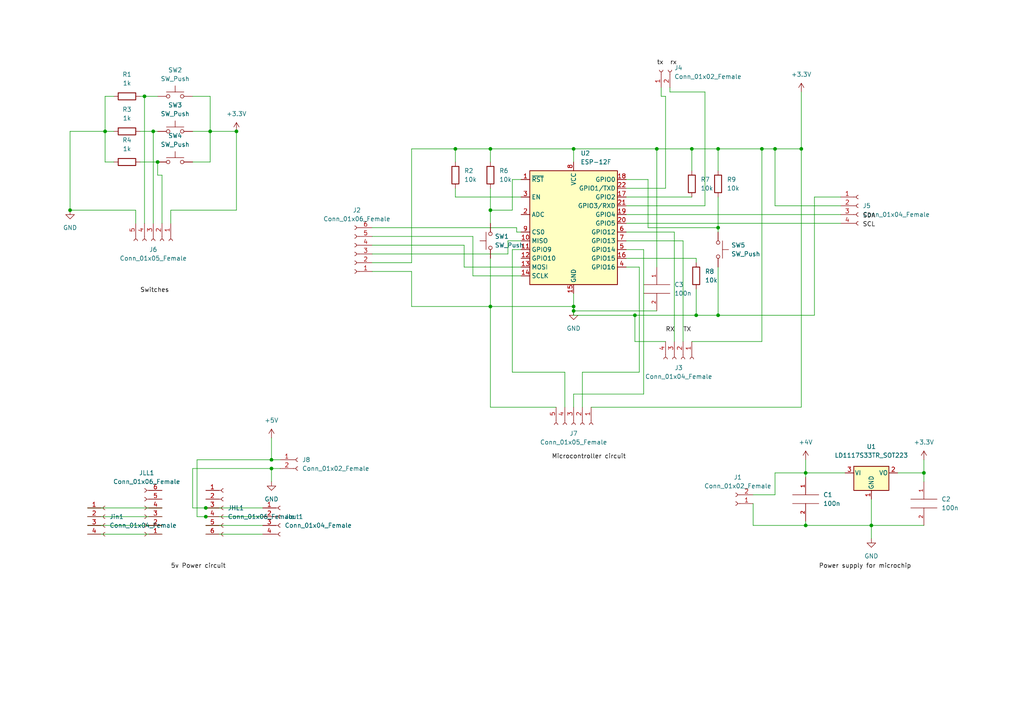
<source format=kicad_sch>
(kicad_sch (version 20211123) (generator eeschema)

  (uuid ce39146a-e938-4ca1-93c3-2ef523502bda)

  (paper "A4")

  (lib_symbols
    (symbol "Connector:Conn_01x02_Female" (pin_names (offset 1.016) hide) (in_bom yes) (on_board yes)
      (property "Reference" "J" (id 0) (at 0 2.54 0)
        (effects (font (size 1.27 1.27)))
      )
      (property "Value" "Conn_01x02_Female" (id 1) (at 0 -5.08 0)
        (effects (font (size 1.27 1.27)))
      )
      (property "Footprint" "" (id 2) (at 0 0 0)
        (effects (font (size 1.27 1.27)) hide)
      )
      (property "Datasheet" "~" (id 3) (at 0 0 0)
        (effects (font (size 1.27 1.27)) hide)
      )
      (property "ki_keywords" "connector" (id 4) (at 0 0 0)
        (effects (font (size 1.27 1.27)) hide)
      )
      (property "ki_description" "Generic connector, single row, 01x02, script generated (kicad-library-utils/schlib/autogen/connector/)" (id 5) (at 0 0 0)
        (effects (font (size 1.27 1.27)) hide)
      )
      (property "ki_fp_filters" "Connector*:*_1x??_*" (id 6) (at 0 0 0)
        (effects (font (size 1.27 1.27)) hide)
      )
      (symbol "Conn_01x02_Female_1_1"
        (arc (start 0 -2.032) (mid -0.508 -2.54) (end 0 -3.048)
          (stroke (width 0.1524) (type default) (color 0 0 0 0))
          (fill (type none))
        )
        (polyline
          (pts
            (xy -1.27 -2.54)
            (xy -0.508 -2.54)
          )
          (stroke (width 0.1524) (type default) (color 0 0 0 0))
          (fill (type none))
        )
        (polyline
          (pts
            (xy -1.27 0)
            (xy -0.508 0)
          )
          (stroke (width 0.1524) (type default) (color 0 0 0 0))
          (fill (type none))
        )
        (arc (start 0 0.508) (mid -0.508 0) (end 0 -0.508)
          (stroke (width 0.1524) (type default) (color 0 0 0 0))
          (fill (type none))
        )
        (pin passive line (at -5.08 0 0) (length 3.81)
          (name "Pin_1" (effects (font (size 1.27 1.27))))
          (number "1" (effects (font (size 1.27 1.27))))
        )
        (pin passive line (at -5.08 -2.54 0) (length 3.81)
          (name "Pin_2" (effects (font (size 1.27 1.27))))
          (number "2" (effects (font (size 1.27 1.27))))
        )
      )
    )
    (symbol "Connector:Conn_01x04_Female" (pin_names (offset 1.016) hide) (in_bom yes) (on_board yes)
      (property "Reference" "J" (id 0) (at 0 5.08 0)
        (effects (font (size 1.27 1.27)))
      )
      (property "Value" "Conn_01x04_Female" (id 1) (at 0 -7.62 0)
        (effects (font (size 1.27 1.27)))
      )
      (property "Footprint" "" (id 2) (at 0 0 0)
        (effects (font (size 1.27 1.27)) hide)
      )
      (property "Datasheet" "~" (id 3) (at 0 0 0)
        (effects (font (size 1.27 1.27)) hide)
      )
      (property "ki_keywords" "connector" (id 4) (at 0 0 0)
        (effects (font (size 1.27 1.27)) hide)
      )
      (property "ki_description" "Generic connector, single row, 01x04, script generated (kicad-library-utils/schlib/autogen/connector/)" (id 5) (at 0 0 0)
        (effects (font (size 1.27 1.27)) hide)
      )
      (property "ki_fp_filters" "Connector*:*_1x??_*" (id 6) (at 0 0 0)
        (effects (font (size 1.27 1.27)) hide)
      )
      (symbol "Conn_01x04_Female_1_1"
        (arc (start 0 -4.572) (mid -0.508 -5.08) (end 0 -5.588)
          (stroke (width 0.1524) (type default) (color 0 0 0 0))
          (fill (type none))
        )
        (arc (start 0 -2.032) (mid -0.508 -2.54) (end 0 -3.048)
          (stroke (width 0.1524) (type default) (color 0 0 0 0))
          (fill (type none))
        )
        (polyline
          (pts
            (xy -1.27 -5.08)
            (xy -0.508 -5.08)
          )
          (stroke (width 0.1524) (type default) (color 0 0 0 0))
          (fill (type none))
        )
        (polyline
          (pts
            (xy -1.27 -2.54)
            (xy -0.508 -2.54)
          )
          (stroke (width 0.1524) (type default) (color 0 0 0 0))
          (fill (type none))
        )
        (polyline
          (pts
            (xy -1.27 0)
            (xy -0.508 0)
          )
          (stroke (width 0.1524) (type default) (color 0 0 0 0))
          (fill (type none))
        )
        (polyline
          (pts
            (xy -1.27 2.54)
            (xy -0.508 2.54)
          )
          (stroke (width 0.1524) (type default) (color 0 0 0 0))
          (fill (type none))
        )
        (arc (start 0 0.508) (mid -0.508 0) (end 0 -0.508)
          (stroke (width 0.1524) (type default) (color 0 0 0 0))
          (fill (type none))
        )
        (arc (start 0 3.048) (mid -0.508 2.54) (end 0 2.032)
          (stroke (width 0.1524) (type default) (color 0 0 0 0))
          (fill (type none))
        )
        (pin passive line (at -5.08 2.54 0) (length 3.81)
          (name "Pin_1" (effects (font (size 1.27 1.27))))
          (number "1" (effects (font (size 1.27 1.27))))
        )
        (pin passive line (at -5.08 0 0) (length 3.81)
          (name "Pin_2" (effects (font (size 1.27 1.27))))
          (number "2" (effects (font (size 1.27 1.27))))
        )
        (pin passive line (at -5.08 -2.54 0) (length 3.81)
          (name "Pin_3" (effects (font (size 1.27 1.27))))
          (number "3" (effects (font (size 1.27 1.27))))
        )
        (pin passive line (at -5.08 -5.08 0) (length 3.81)
          (name "Pin_4" (effects (font (size 1.27 1.27))))
          (number "4" (effects (font (size 1.27 1.27))))
        )
      )
    )
    (symbol "Connector:Conn_01x05_Female" (pin_names (offset 1.016) hide) (in_bom yes) (on_board yes)
      (property "Reference" "J" (id 0) (at 0 7.62 0)
        (effects (font (size 1.27 1.27)))
      )
      (property "Value" "Conn_01x05_Female" (id 1) (at 0 -7.62 0)
        (effects (font (size 1.27 1.27)))
      )
      (property "Footprint" "" (id 2) (at 0 0 0)
        (effects (font (size 1.27 1.27)) hide)
      )
      (property "Datasheet" "~" (id 3) (at 0 0 0)
        (effects (font (size 1.27 1.27)) hide)
      )
      (property "ki_keywords" "connector" (id 4) (at 0 0 0)
        (effects (font (size 1.27 1.27)) hide)
      )
      (property "ki_description" "Generic connector, single row, 01x05, script generated (kicad-library-utils/schlib/autogen/connector/)" (id 5) (at 0 0 0)
        (effects (font (size 1.27 1.27)) hide)
      )
      (property "ki_fp_filters" "Connector*:*_1x??_*" (id 6) (at 0 0 0)
        (effects (font (size 1.27 1.27)) hide)
      )
      (symbol "Conn_01x05_Female_1_1"
        (arc (start 0 -4.572) (mid -0.508 -5.08) (end 0 -5.588)
          (stroke (width 0.1524) (type default) (color 0 0 0 0))
          (fill (type none))
        )
        (arc (start 0 -2.032) (mid -0.508 -2.54) (end 0 -3.048)
          (stroke (width 0.1524) (type default) (color 0 0 0 0))
          (fill (type none))
        )
        (polyline
          (pts
            (xy -1.27 -5.08)
            (xy -0.508 -5.08)
          )
          (stroke (width 0.1524) (type default) (color 0 0 0 0))
          (fill (type none))
        )
        (polyline
          (pts
            (xy -1.27 -2.54)
            (xy -0.508 -2.54)
          )
          (stroke (width 0.1524) (type default) (color 0 0 0 0))
          (fill (type none))
        )
        (polyline
          (pts
            (xy -1.27 0)
            (xy -0.508 0)
          )
          (stroke (width 0.1524) (type default) (color 0 0 0 0))
          (fill (type none))
        )
        (polyline
          (pts
            (xy -1.27 2.54)
            (xy -0.508 2.54)
          )
          (stroke (width 0.1524) (type default) (color 0 0 0 0))
          (fill (type none))
        )
        (polyline
          (pts
            (xy -1.27 5.08)
            (xy -0.508 5.08)
          )
          (stroke (width 0.1524) (type default) (color 0 0 0 0))
          (fill (type none))
        )
        (arc (start 0 0.508) (mid -0.508 0) (end 0 -0.508)
          (stroke (width 0.1524) (type default) (color 0 0 0 0))
          (fill (type none))
        )
        (arc (start 0 3.048) (mid -0.508 2.54) (end 0 2.032)
          (stroke (width 0.1524) (type default) (color 0 0 0 0))
          (fill (type none))
        )
        (arc (start 0 5.588) (mid -0.508 5.08) (end 0 4.572)
          (stroke (width 0.1524) (type default) (color 0 0 0 0))
          (fill (type none))
        )
        (pin passive line (at -5.08 5.08 0) (length 3.81)
          (name "Pin_1" (effects (font (size 1.27 1.27))))
          (number "1" (effects (font (size 1.27 1.27))))
        )
        (pin passive line (at -5.08 2.54 0) (length 3.81)
          (name "Pin_2" (effects (font (size 1.27 1.27))))
          (number "2" (effects (font (size 1.27 1.27))))
        )
        (pin passive line (at -5.08 0 0) (length 3.81)
          (name "Pin_3" (effects (font (size 1.27 1.27))))
          (number "3" (effects (font (size 1.27 1.27))))
        )
        (pin passive line (at -5.08 -2.54 0) (length 3.81)
          (name "Pin_4" (effects (font (size 1.27 1.27))))
          (number "4" (effects (font (size 1.27 1.27))))
        )
        (pin passive line (at -5.08 -5.08 0) (length 3.81)
          (name "Pin_5" (effects (font (size 1.27 1.27))))
          (number "5" (effects (font (size 1.27 1.27))))
        )
      )
    )
    (symbol "Connector:Conn_01x06_Female" (pin_names (offset 1.016) hide) (in_bom yes) (on_board yes)
      (property "Reference" "J" (id 0) (at 0 7.62 0)
        (effects (font (size 1.27 1.27)))
      )
      (property "Value" "Conn_01x06_Female" (id 1) (at 0 -10.16 0)
        (effects (font (size 1.27 1.27)))
      )
      (property "Footprint" "" (id 2) (at 0 0 0)
        (effects (font (size 1.27 1.27)) hide)
      )
      (property "Datasheet" "~" (id 3) (at 0 0 0)
        (effects (font (size 1.27 1.27)) hide)
      )
      (property "ki_keywords" "connector" (id 4) (at 0 0 0)
        (effects (font (size 1.27 1.27)) hide)
      )
      (property "ki_description" "Generic connector, single row, 01x06, script generated (kicad-library-utils/schlib/autogen/connector/)" (id 5) (at 0 0 0)
        (effects (font (size 1.27 1.27)) hide)
      )
      (property "ki_fp_filters" "Connector*:*_1x??_*" (id 6) (at 0 0 0)
        (effects (font (size 1.27 1.27)) hide)
      )
      (symbol "Conn_01x06_Female_1_1"
        (arc (start 0 -7.112) (mid -0.508 -7.62) (end 0 -8.128)
          (stroke (width 0.1524) (type default) (color 0 0 0 0))
          (fill (type none))
        )
        (arc (start 0 -4.572) (mid -0.508 -5.08) (end 0 -5.588)
          (stroke (width 0.1524) (type default) (color 0 0 0 0))
          (fill (type none))
        )
        (arc (start 0 -2.032) (mid -0.508 -2.54) (end 0 -3.048)
          (stroke (width 0.1524) (type default) (color 0 0 0 0))
          (fill (type none))
        )
        (polyline
          (pts
            (xy -1.27 -7.62)
            (xy -0.508 -7.62)
          )
          (stroke (width 0.1524) (type default) (color 0 0 0 0))
          (fill (type none))
        )
        (polyline
          (pts
            (xy -1.27 -5.08)
            (xy -0.508 -5.08)
          )
          (stroke (width 0.1524) (type default) (color 0 0 0 0))
          (fill (type none))
        )
        (polyline
          (pts
            (xy -1.27 -2.54)
            (xy -0.508 -2.54)
          )
          (stroke (width 0.1524) (type default) (color 0 0 0 0))
          (fill (type none))
        )
        (polyline
          (pts
            (xy -1.27 0)
            (xy -0.508 0)
          )
          (stroke (width 0.1524) (type default) (color 0 0 0 0))
          (fill (type none))
        )
        (polyline
          (pts
            (xy -1.27 2.54)
            (xy -0.508 2.54)
          )
          (stroke (width 0.1524) (type default) (color 0 0 0 0))
          (fill (type none))
        )
        (polyline
          (pts
            (xy -1.27 5.08)
            (xy -0.508 5.08)
          )
          (stroke (width 0.1524) (type default) (color 0 0 0 0))
          (fill (type none))
        )
        (arc (start 0 0.508) (mid -0.508 0) (end 0 -0.508)
          (stroke (width 0.1524) (type default) (color 0 0 0 0))
          (fill (type none))
        )
        (arc (start 0 3.048) (mid -0.508 2.54) (end 0 2.032)
          (stroke (width 0.1524) (type default) (color 0 0 0 0))
          (fill (type none))
        )
        (arc (start 0 5.588) (mid -0.508 5.08) (end 0 4.572)
          (stroke (width 0.1524) (type default) (color 0 0 0 0))
          (fill (type none))
        )
        (pin passive line (at -5.08 5.08 0) (length 3.81)
          (name "Pin_1" (effects (font (size 1.27 1.27))))
          (number "1" (effects (font (size 1.27 1.27))))
        )
        (pin passive line (at -5.08 2.54 0) (length 3.81)
          (name "Pin_2" (effects (font (size 1.27 1.27))))
          (number "2" (effects (font (size 1.27 1.27))))
        )
        (pin passive line (at -5.08 0 0) (length 3.81)
          (name "Pin_3" (effects (font (size 1.27 1.27))))
          (number "3" (effects (font (size 1.27 1.27))))
        )
        (pin passive line (at -5.08 -2.54 0) (length 3.81)
          (name "Pin_4" (effects (font (size 1.27 1.27))))
          (number "4" (effects (font (size 1.27 1.27))))
        )
        (pin passive line (at -5.08 -5.08 0) (length 3.81)
          (name "Pin_5" (effects (font (size 1.27 1.27))))
          (number "5" (effects (font (size 1.27 1.27))))
        )
        (pin passive line (at -5.08 -7.62 0) (length 3.81)
          (name "Pin_6" (effects (font (size 1.27 1.27))))
          (number "6" (effects (font (size 1.27 1.27))))
        )
      )
    )
    (symbol "Device:R" (pin_numbers hide) (pin_names (offset 0)) (in_bom yes) (on_board yes)
      (property "Reference" "R" (id 0) (at 2.032 0 90)
        (effects (font (size 1.27 1.27)))
      )
      (property "Value" "R" (id 1) (at 0 0 90)
        (effects (font (size 1.27 1.27)))
      )
      (property "Footprint" "" (id 2) (at -1.778 0 90)
        (effects (font (size 1.27 1.27)) hide)
      )
      (property "Datasheet" "~" (id 3) (at 0 0 0)
        (effects (font (size 1.27 1.27)) hide)
      )
      (property "ki_keywords" "R res resistor" (id 4) (at 0 0 0)
        (effects (font (size 1.27 1.27)) hide)
      )
      (property "ki_description" "Resistor" (id 5) (at 0 0 0)
        (effects (font (size 1.27 1.27)) hide)
      )
      (property "ki_fp_filters" "R_*" (id 6) (at 0 0 0)
        (effects (font (size 1.27 1.27)) hide)
      )
      (symbol "R_0_1"
        (rectangle (start -1.016 -2.54) (end 1.016 2.54)
          (stroke (width 0.254) (type default) (color 0 0 0 0))
          (fill (type none))
        )
      )
      (symbol "R_1_1"
        (pin passive line (at 0 3.81 270) (length 1.27)
          (name "~" (effects (font (size 1.27 1.27))))
          (number "1" (effects (font (size 1.27 1.27))))
        )
        (pin passive line (at 0 -3.81 90) (length 1.27)
          (name "~" (effects (font (size 1.27 1.27))))
          (number "2" (effects (font (size 1.27 1.27))))
        )
      )
    )
    (symbol "RF_Module:ESP-12F" (in_bom yes) (on_board yes)
      (property "Reference" "U" (id 0) (at -12.7 19.05 0)
        (effects (font (size 1.27 1.27)) (justify left))
      )
      (property "Value" "ESP-12F" (id 1) (at 12.7 19.05 0)
        (effects (font (size 1.27 1.27)) (justify right))
      )
      (property "Footprint" "RF_Module:ESP-12E" (id 2) (at 0 0 0)
        (effects (font (size 1.27 1.27)) hide)
      )
      (property "Datasheet" "http://wiki.ai-thinker.com/_media/esp8266/esp8266_series_modules_user_manual_v1.1.pdf" (id 3) (at -8.89 2.54 0)
        (effects (font (size 1.27 1.27)) hide)
      )
      (property "ki_keywords" "802.11 Wi-Fi" (id 4) (at 0 0 0)
        (effects (font (size 1.27 1.27)) hide)
      )
      (property "ki_description" "802.11 b/g/n Wi-Fi Module" (id 5) (at 0 0 0)
        (effects (font (size 1.27 1.27)) hide)
      )
      (property "ki_fp_filters" "ESP?12*" (id 6) (at 0 0 0)
        (effects (font (size 1.27 1.27)) hide)
      )
      (symbol "ESP-12F_0_1"
        (rectangle (start -12.7 17.78) (end 12.7 -15.24)
          (stroke (width 0.254) (type default) (color 0 0 0 0))
          (fill (type background))
        )
      )
      (symbol "ESP-12F_1_1"
        (pin input line (at -15.24 15.24 0) (length 2.54)
          (name "~{RST}" (effects (font (size 1.27 1.27))))
          (number "1" (effects (font (size 1.27 1.27))))
        )
        (pin bidirectional line (at -15.24 -2.54 0) (length 2.54)
          (name "MISO" (effects (font (size 1.27 1.27))))
          (number "10" (effects (font (size 1.27 1.27))))
        )
        (pin bidirectional line (at -15.24 -5.08 0) (length 2.54)
          (name "GPIO9" (effects (font (size 1.27 1.27))))
          (number "11" (effects (font (size 1.27 1.27))))
        )
        (pin bidirectional line (at -15.24 -7.62 0) (length 2.54)
          (name "GPIO10" (effects (font (size 1.27 1.27))))
          (number "12" (effects (font (size 1.27 1.27))))
        )
        (pin bidirectional line (at -15.24 -10.16 0) (length 2.54)
          (name "MOSI" (effects (font (size 1.27 1.27))))
          (number "13" (effects (font (size 1.27 1.27))))
        )
        (pin bidirectional line (at -15.24 -12.7 0) (length 2.54)
          (name "SCLK" (effects (font (size 1.27 1.27))))
          (number "14" (effects (font (size 1.27 1.27))))
        )
        (pin power_in line (at 0 -17.78 90) (length 2.54)
          (name "GND" (effects (font (size 1.27 1.27))))
          (number "15" (effects (font (size 1.27 1.27))))
        )
        (pin bidirectional line (at 15.24 -7.62 180) (length 2.54)
          (name "GPIO15" (effects (font (size 1.27 1.27))))
          (number "16" (effects (font (size 1.27 1.27))))
        )
        (pin bidirectional line (at 15.24 10.16 180) (length 2.54)
          (name "GPIO2" (effects (font (size 1.27 1.27))))
          (number "17" (effects (font (size 1.27 1.27))))
        )
        (pin bidirectional line (at 15.24 15.24 180) (length 2.54)
          (name "GPIO0" (effects (font (size 1.27 1.27))))
          (number "18" (effects (font (size 1.27 1.27))))
        )
        (pin bidirectional line (at 15.24 5.08 180) (length 2.54)
          (name "GPIO4" (effects (font (size 1.27 1.27))))
          (number "19" (effects (font (size 1.27 1.27))))
        )
        (pin input line (at -15.24 5.08 0) (length 2.54)
          (name "ADC" (effects (font (size 1.27 1.27))))
          (number "2" (effects (font (size 1.27 1.27))))
        )
        (pin bidirectional line (at 15.24 2.54 180) (length 2.54)
          (name "GPIO5" (effects (font (size 1.27 1.27))))
          (number "20" (effects (font (size 1.27 1.27))))
        )
        (pin bidirectional line (at 15.24 7.62 180) (length 2.54)
          (name "GPIO3/RXD" (effects (font (size 1.27 1.27))))
          (number "21" (effects (font (size 1.27 1.27))))
        )
        (pin bidirectional line (at 15.24 12.7 180) (length 2.54)
          (name "GPIO1/TXD" (effects (font (size 1.27 1.27))))
          (number "22" (effects (font (size 1.27 1.27))))
        )
        (pin input line (at -15.24 10.16 0) (length 2.54)
          (name "EN" (effects (font (size 1.27 1.27))))
          (number "3" (effects (font (size 1.27 1.27))))
        )
        (pin bidirectional line (at 15.24 -10.16 180) (length 2.54)
          (name "GPIO16" (effects (font (size 1.27 1.27))))
          (number "4" (effects (font (size 1.27 1.27))))
        )
        (pin bidirectional line (at 15.24 -5.08 180) (length 2.54)
          (name "GPIO14" (effects (font (size 1.27 1.27))))
          (number "5" (effects (font (size 1.27 1.27))))
        )
        (pin bidirectional line (at 15.24 0 180) (length 2.54)
          (name "GPIO12" (effects (font (size 1.27 1.27))))
          (number "6" (effects (font (size 1.27 1.27))))
        )
        (pin bidirectional line (at 15.24 -2.54 180) (length 2.54)
          (name "GPIO13" (effects (font (size 1.27 1.27))))
          (number "7" (effects (font (size 1.27 1.27))))
        )
        (pin power_in line (at 0 20.32 270) (length 2.54)
          (name "VCC" (effects (font (size 1.27 1.27))))
          (number "8" (effects (font (size 1.27 1.27))))
        )
        (pin input line (at -15.24 0 0) (length 2.54)
          (name "CS0" (effects (font (size 1.27 1.27))))
          (number "9" (effects (font (size 1.27 1.27))))
        )
      )
    )
    (symbol "Regulator_Linear:LD1117S33TR_SOT223" (pin_names (offset 0.254)) (in_bom yes) (on_board yes)
      (property "Reference" "U" (id 0) (at -3.81 3.175 0)
        (effects (font (size 1.27 1.27)))
      )
      (property "Value" "LD1117S33TR_SOT223" (id 1) (at 0 3.175 0)
        (effects (font (size 1.27 1.27)) (justify left))
      )
      (property "Footprint" "Package_TO_SOT_SMD:SOT-223-3_TabPin2" (id 2) (at 0 5.08 0)
        (effects (font (size 1.27 1.27)) hide)
      )
      (property "Datasheet" "http://www.st.com/st-web-ui/static/active/en/resource/technical/document/datasheet/CD00000544.pdf" (id 3) (at 2.54 -6.35 0)
        (effects (font (size 1.27 1.27)) hide)
      )
      (property "ki_keywords" "REGULATOR LDO 3.3V" (id 4) (at 0 0 0)
        (effects (font (size 1.27 1.27)) hide)
      )
      (property "ki_description" "800mA Fixed Low Drop Positive Voltage Regulator, Fixed Output 3.3V, SOT-223" (id 5) (at 0 0 0)
        (effects (font (size 1.27 1.27)) hide)
      )
      (property "ki_fp_filters" "SOT?223*TabPin2*" (id 6) (at 0 0 0)
        (effects (font (size 1.27 1.27)) hide)
      )
      (symbol "LD1117S33TR_SOT223_0_1"
        (rectangle (start -5.08 -5.08) (end 5.08 1.905)
          (stroke (width 0.254) (type default) (color 0 0 0 0))
          (fill (type background))
        )
      )
      (symbol "LD1117S33TR_SOT223_1_1"
        (pin power_in line (at 0 -7.62 90) (length 2.54)
          (name "GND" (effects (font (size 1.27 1.27))))
          (number "1" (effects (font (size 1.27 1.27))))
        )
        (pin power_out line (at 7.62 0 180) (length 2.54)
          (name "VO" (effects (font (size 1.27 1.27))))
          (number "2" (effects (font (size 1.27 1.27))))
        )
        (pin power_in line (at -7.62 0 0) (length 2.54)
          (name "VI" (effects (font (size 1.27 1.27))))
          (number "3" (effects (font (size 1.27 1.27))))
        )
      )
    )
    (symbol "Switch:SW_Push" (pin_numbers hide) (pin_names (offset 1.016) hide) (in_bom yes) (on_board yes)
      (property "Reference" "SW" (id 0) (at 1.27 2.54 0)
        (effects (font (size 1.27 1.27)) (justify left))
      )
      (property "Value" "SW_Push" (id 1) (at 0 -1.524 0)
        (effects (font (size 1.27 1.27)))
      )
      (property "Footprint" "" (id 2) (at 0 5.08 0)
        (effects (font (size 1.27 1.27)) hide)
      )
      (property "Datasheet" "~" (id 3) (at 0 5.08 0)
        (effects (font (size 1.27 1.27)) hide)
      )
      (property "ki_keywords" "switch normally-open pushbutton push-button" (id 4) (at 0 0 0)
        (effects (font (size 1.27 1.27)) hide)
      )
      (property "ki_description" "Push button switch, generic, two pins" (id 5) (at 0 0 0)
        (effects (font (size 1.27 1.27)) hide)
      )
      (symbol "SW_Push_0_1"
        (circle (center -2.032 0) (radius 0.508)
          (stroke (width 0) (type default) (color 0 0 0 0))
          (fill (type none))
        )
        (polyline
          (pts
            (xy 0 1.27)
            (xy 0 3.048)
          )
          (stroke (width 0) (type default) (color 0 0 0 0))
          (fill (type none))
        )
        (polyline
          (pts
            (xy 2.54 1.27)
            (xy -2.54 1.27)
          )
          (stroke (width 0) (type default) (color 0 0 0 0))
          (fill (type none))
        )
        (circle (center 2.032 0) (radius 0.508)
          (stroke (width 0) (type default) (color 0 0 0 0))
          (fill (type none))
        )
        (pin passive line (at -5.08 0 0) (length 2.54)
          (name "1" (effects (font (size 1.27 1.27))))
          (number "1" (effects (font (size 1.27 1.27))))
        )
        (pin passive line (at 5.08 0 180) (length 2.54)
          (name "2" (effects (font (size 1.27 1.27))))
          (number "2" (effects (font (size 1.27 1.27))))
        )
      )
    )
    (symbol "power:+3.3V" (power) (pin_names (offset 0)) (in_bom yes) (on_board yes)
      (property "Reference" "#PWR" (id 0) (at 0 -3.81 0)
        (effects (font (size 1.27 1.27)) hide)
      )
      (property "Value" "+3.3V" (id 1) (at 0 3.556 0)
        (effects (font (size 1.27 1.27)))
      )
      (property "Footprint" "" (id 2) (at 0 0 0)
        (effects (font (size 1.27 1.27)) hide)
      )
      (property "Datasheet" "" (id 3) (at 0 0 0)
        (effects (font (size 1.27 1.27)) hide)
      )
      (property "ki_keywords" "global power" (id 4) (at 0 0 0)
        (effects (font (size 1.27 1.27)) hide)
      )
      (property "ki_description" "Power symbol creates a global label with name \"+3.3V\"" (id 5) (at 0 0 0)
        (effects (font (size 1.27 1.27)) hide)
      )
      (symbol "+3.3V_0_1"
        (polyline
          (pts
            (xy -0.762 1.27)
            (xy 0 2.54)
          )
          (stroke (width 0) (type default) (color 0 0 0 0))
          (fill (type none))
        )
        (polyline
          (pts
            (xy 0 0)
            (xy 0 2.54)
          )
          (stroke (width 0) (type default) (color 0 0 0 0))
          (fill (type none))
        )
        (polyline
          (pts
            (xy 0 2.54)
            (xy 0.762 1.27)
          )
          (stroke (width 0) (type default) (color 0 0 0 0))
          (fill (type none))
        )
      )
      (symbol "+3.3V_1_1"
        (pin power_in line (at 0 0 90) (length 0) hide
          (name "+3.3V" (effects (font (size 1.27 1.27))))
          (number "1" (effects (font (size 1.27 1.27))))
        )
      )
    )
    (symbol "power:+4V" (power) (pin_names (offset 0)) (in_bom yes) (on_board yes)
      (property "Reference" "#PWR" (id 0) (at 0 -3.81 0)
        (effects (font (size 1.27 1.27)) hide)
      )
      (property "Value" "+4V" (id 1) (at 0 3.556 0)
        (effects (font (size 1.27 1.27)))
      )
      (property "Footprint" "" (id 2) (at 0 0 0)
        (effects (font (size 1.27 1.27)) hide)
      )
      (property "Datasheet" "" (id 3) (at 0 0 0)
        (effects (font (size 1.27 1.27)) hide)
      )
      (property "ki_keywords" "global power" (id 4) (at 0 0 0)
        (effects (font (size 1.27 1.27)) hide)
      )
      (property "ki_description" "Power symbol creates a global label with name \"+4V\"" (id 5) (at 0 0 0)
        (effects (font (size 1.27 1.27)) hide)
      )
      (symbol "+4V_0_1"
        (polyline
          (pts
            (xy -0.762 1.27)
            (xy 0 2.54)
          )
          (stroke (width 0) (type default) (color 0 0 0 0))
          (fill (type none))
        )
        (polyline
          (pts
            (xy 0 0)
            (xy 0 2.54)
          )
          (stroke (width 0) (type default) (color 0 0 0 0))
          (fill (type none))
        )
        (polyline
          (pts
            (xy 0 2.54)
            (xy 0.762 1.27)
          )
          (stroke (width 0) (type default) (color 0 0 0 0))
          (fill (type none))
        )
      )
      (symbol "+4V_1_1"
        (pin power_in line (at 0 0 90) (length 0) hide
          (name "+4V" (effects (font (size 1.27 1.27))))
          (number "1" (effects (font (size 1.27 1.27))))
        )
      )
    )
    (symbol "power:+5V" (power) (pin_names (offset 0)) (in_bom yes) (on_board yes)
      (property "Reference" "#PWR" (id 0) (at 0 -3.81 0)
        (effects (font (size 1.27 1.27)) hide)
      )
      (property "Value" "+5V" (id 1) (at 0 3.556 0)
        (effects (font (size 1.27 1.27)))
      )
      (property "Footprint" "" (id 2) (at 0 0 0)
        (effects (font (size 1.27 1.27)) hide)
      )
      (property "Datasheet" "" (id 3) (at 0 0 0)
        (effects (font (size 1.27 1.27)) hide)
      )
      (property "ki_keywords" "global power" (id 4) (at 0 0 0)
        (effects (font (size 1.27 1.27)) hide)
      )
      (property "ki_description" "Power symbol creates a global label with name \"+5V\"" (id 5) (at 0 0 0)
        (effects (font (size 1.27 1.27)) hide)
      )
      (symbol "+5V_0_1"
        (polyline
          (pts
            (xy -0.762 1.27)
            (xy 0 2.54)
          )
          (stroke (width 0) (type default) (color 0 0 0 0))
          (fill (type none))
        )
        (polyline
          (pts
            (xy 0 0)
            (xy 0 2.54)
          )
          (stroke (width 0) (type default) (color 0 0 0 0))
          (fill (type none))
        )
        (polyline
          (pts
            (xy 0 2.54)
            (xy 0.762 1.27)
          )
          (stroke (width 0) (type default) (color 0 0 0 0))
          (fill (type none))
        )
      )
      (symbol "+5V_1_1"
        (pin power_in line (at 0 0 90) (length 0) hide
          (name "+5V" (effects (font (size 1.27 1.27))))
          (number "1" (effects (font (size 1.27 1.27))))
        )
      )
    )
    (symbol "power:GND" (power) (pin_names (offset 0)) (in_bom yes) (on_board yes)
      (property "Reference" "#PWR" (id 0) (at 0 -6.35 0)
        (effects (font (size 1.27 1.27)) hide)
      )
      (property "Value" "GND" (id 1) (at 0 -3.81 0)
        (effects (font (size 1.27 1.27)))
      )
      (property "Footprint" "" (id 2) (at 0 0 0)
        (effects (font (size 1.27 1.27)) hide)
      )
      (property "Datasheet" "" (id 3) (at 0 0 0)
        (effects (font (size 1.27 1.27)) hide)
      )
      (property "ki_keywords" "global power" (id 4) (at 0 0 0)
        (effects (font (size 1.27 1.27)) hide)
      )
      (property "ki_description" "Power symbol creates a global label with name \"GND\" , ground" (id 5) (at 0 0 0)
        (effects (font (size 1.27 1.27)) hide)
      )
      (symbol "GND_0_1"
        (polyline
          (pts
            (xy 0 0)
            (xy 0 -1.27)
            (xy 1.27 -1.27)
            (xy 0 -2.54)
            (xy -1.27 -1.27)
            (xy 0 -1.27)
          )
          (stroke (width 0) (type default) (color 0 0 0 0))
          (fill (type none))
        )
      )
      (symbol "GND_1_1"
        (pin power_in line (at 0 0 270) (length 0) hide
          (name "GND" (effects (font (size 1.27 1.27))))
          (number "1" (effects (font (size 1.27 1.27))))
        )
      )
    )
    (symbol "pspice:C" (pin_names (offset 0.254)) (in_bom yes) (on_board yes)
      (property "Reference" "C" (id 0) (at 2.54 3.81 90)
        (effects (font (size 1.27 1.27)))
      )
      (property "Value" "C" (id 1) (at 2.54 -3.81 90)
        (effects (font (size 1.27 1.27)))
      )
      (property "Footprint" "" (id 2) (at 0 0 0)
        (effects (font (size 1.27 1.27)) hide)
      )
      (property "Datasheet" "~" (id 3) (at 0 0 0)
        (effects (font (size 1.27 1.27)) hide)
      )
      (property "ki_keywords" "simulation" (id 4) (at 0 0 0)
        (effects (font (size 1.27 1.27)) hide)
      )
      (property "ki_description" "Capacitor symbol for simulation only" (id 5) (at 0 0 0)
        (effects (font (size 1.27 1.27)) hide)
      )
      (symbol "C_0_1"
        (polyline
          (pts
            (xy -3.81 -1.27)
            (xy 3.81 -1.27)
          )
          (stroke (width 0) (type default) (color 0 0 0 0))
          (fill (type none))
        )
        (polyline
          (pts
            (xy -3.81 1.27)
            (xy 3.81 1.27)
          )
          (stroke (width 0) (type default) (color 0 0 0 0))
          (fill (type none))
        )
      )
      (symbol "C_1_1"
        (pin passive line (at 0 6.35 270) (length 5.08)
          (name "~" (effects (font (size 1.016 1.016))))
          (number "1" (effects (font (size 1.016 1.016))))
        )
        (pin passive line (at 0 -6.35 90) (length 5.08)
          (name "~" (effects (font (size 1.016 1.016))))
          (number "2" (effects (font (size 1.016 1.016))))
        )
      )
    )
  )

  (junction (at 132.08 43.18) (diameter 0) (color 0 0 0 0)
    (uuid 077364f7-7878-4df5-b616-e1d931dce41f)
  )
  (junction (at 224.79 43.18) (diameter 0) (color 0 0 0 0)
    (uuid 0903a6be-22d7-42a6-a44b-d370067f3c64)
  )
  (junction (at 59.69 147.32) (diameter 0) (color 0 0 0 0)
    (uuid 30d9937c-6065-4b02-bf33-04f012b52cbe)
  )
  (junction (at 208.28 91.44) (diameter 0) (color 0 0 0 0)
    (uuid 36e65526-ccc8-45ad-838d-8c2b3bca3b8c)
  )
  (junction (at 20.32 60.96) (diameter 0) (color 0 0 0 0)
    (uuid 3ce6d0a7-7f00-4139-8226-759bb2676e05)
  )
  (junction (at 142.24 43.18) (diameter 0) (color 0 0 0 0)
    (uuid 4171bff3-3ccb-49dc-aa37-49d75339398b)
  )
  (junction (at 252.73 152.4) (diameter 0) (color 0 0 0 0)
    (uuid 45999926-4c71-4459-9490-54e6986e3eaf)
  )
  (junction (at 59.69 149.86) (diameter 0) (color 0 0 0 0)
    (uuid 48a31c46-a8d2-4ca5-9aa3-ce75b40c4269)
  )
  (junction (at 208.28 66.04) (diameter 0) (color 0 0 0 0)
    (uuid 4f45aaf4-39f1-4d5e-9c82-f5caf90174e6)
  )
  (junction (at 233.68 152.4) (diameter 0) (color 0 0 0 0)
    (uuid 53024675-6c2a-434f-a81b-eea11f6555ad)
  )
  (junction (at 41.91 27.94) (diameter 0) (color 0 0 0 0)
    (uuid 5570ec76-f33a-4ae3-8e42-7d4a812cfd88)
  )
  (junction (at 142.24 88.9) (diameter 0) (color 0 0 0 0)
    (uuid 5d3ee640-5086-414c-97a1-b190dc3790ed)
  )
  (junction (at 208.28 43.18) (diameter 0) (color 0 0 0 0)
    (uuid 5f458492-64db-46dc-ae82-a10e647d7a8b)
  )
  (junction (at 267.97 137.16) (diameter 0) (color 0 0 0 0)
    (uuid 62290893-6d9a-4adc-9ab5-3952527abe87)
  )
  (junction (at 68.58 38.1) (diameter 0) (color 0 0 0 0)
    (uuid 64000128-941f-4d05-8546-7f7cf153c7c7)
  )
  (junction (at 220.98 43.18) (diameter 0) (color 0 0 0 0)
    (uuid 64204450-14f8-4b55-b96a-0dd4419662df)
  )
  (junction (at 45.72 46.99) (diameter 0) (color 0 0 0 0)
    (uuid 83f730a9-ca35-4b1d-8561-cf8674f31cbb)
  )
  (junction (at 166.37 43.18) (diameter 0) (color 0 0 0 0)
    (uuid 8aff42e7-e7d7-488e-8eb0-bdd890f71a2b)
  )
  (junction (at 78.74 135.89) (diameter 0) (color 0 0 0 0)
    (uuid 9f65a694-8754-4036-9e24-e7b0ec3d66e9)
  )
  (junction (at 232.41 43.18) (diameter 0) (color 0 0 0 0)
    (uuid a1bd1119-2feb-4722-a314-5f19acc724a9)
  )
  (junction (at 30.48 38.1) (diameter 0) (color 0 0 0 0)
    (uuid a2e5955a-3d1e-4e63-a3e7-3b08651392ce)
  )
  (junction (at 44.45 38.1) (diameter 0) (color 0 0 0 0)
    (uuid adf926ac-f026-40e7-bae1-16fc2fe40956)
  )
  (junction (at 142.24 60.96) (diameter 0) (color 0 0 0 0)
    (uuid ae32ea56-88d3-4f46-b661-8409090a9e4f)
  )
  (junction (at 190.5 43.18) (diameter 0) (color 0 0 0 0)
    (uuid c9659fe9-5976-4dd2-99fc-8fa6df375397)
  )
  (junction (at 78.74 133.35) (diameter 0) (color 0 0 0 0)
    (uuid ccb863a2-22b9-4b04-aeb7-97a809323bcd)
  )
  (junction (at 184.15 91.44) (diameter 0) (color 0 0 0 0)
    (uuid dda28bb2-d636-46ef-99ae-292b4b805a9e)
  )
  (junction (at 166.37 90.17) (diameter 0) (color 0 0 0 0)
    (uuid e28bedcd-c855-4ec2-9f51-2549c4fa8482)
  )
  (junction (at 60.96 38.1) (diameter 0) (color 0 0 0 0)
    (uuid e4288c89-c5cd-416c-908c-0229bb8db3cc)
  )
  (junction (at 166.37 88.9) (diameter 0) (color 0 0 0 0)
    (uuid ee4e064b-afac-43e6-b429-d58b786e1786)
  )
  (junction (at 201.93 91.44) (diameter 0) (color 0 0 0 0)
    (uuid ef4a506b-5a90-4545-bd6f-5ce4781d3e4c)
  )
  (junction (at 200.66 43.18) (diameter 0) (color 0 0 0 0)
    (uuid f3e34ec5-a08b-41fa-af7b-9fd961502354)
  )
  (junction (at 233.68 137.16) (diameter 0) (color 0 0 0 0)
    (uuid f5208bfa-984a-468f-be5b-faa7ae03df06)
  )

  (wire (pts (xy 267.97 137.16) (xy 267.97 139.7))
    (stroke (width 0) (type default) (color 0 0 0 0))
    (uuid 001a9da7-6dfd-4f77-8cb2-328bf74f318e)
  )
  (wire (pts (xy 107.95 68.58) (xy 137.16 68.58))
    (stroke (width 0) (type default) (color 0 0 0 0))
    (uuid 0065c4e0-545e-4c51-8c84-43f29e9e459f)
  )
  (wire (pts (xy 208.28 77.47) (xy 208.28 91.44))
    (stroke (width 0) (type default) (color 0 0 0 0))
    (uuid 00e76d0b-7466-4a87-a2f9-3ec376a67d88)
  )
  (wire (pts (xy 201.93 74.93) (xy 201.93 76.2))
    (stroke (width 0) (type default) (color 0 0 0 0))
    (uuid 00f59cd5-15b5-43fc-928b-7e2bee98583b)
  )
  (wire (pts (xy 147.32 69.85) (xy 151.13 69.85))
    (stroke (width 0) (type default) (color 0 0 0 0))
    (uuid 0421d9c3-3cce-499b-9f17-dfcb9d105b92)
  )
  (wire (pts (xy 25.4 154.94) (xy 46.99 154.94))
    (stroke (width 0) (type default) (color 0 0 0 0))
    (uuid 06ef2c7f-bd03-4e49-9a0e-92b2e6b527c4)
  )
  (wire (pts (xy 208.28 43.18) (xy 208.28 49.53))
    (stroke (width 0) (type default) (color 0 0 0 0))
    (uuid 0835876f-0eee-441d-b5fe-d6ec711a80e6)
  )
  (wire (pts (xy 107.95 78.74) (xy 119.38 78.74))
    (stroke (width 0) (type default) (color 0 0 0 0))
    (uuid 08c7c6a0-420e-4510-bf13-54a2271fac68)
  )
  (wire (pts (xy 224.79 43.18) (xy 220.98 43.18))
    (stroke (width 0) (type default) (color 0 0 0 0))
    (uuid 0f9fec54-fa20-43db-bd49-58f55848d5de)
  )
  (wire (pts (xy 55.88 27.94) (xy 60.96 27.94))
    (stroke (width 0) (type default) (color 0 0 0 0))
    (uuid 1033fdde-c394-4bc7-ba54-b209ebc279d8)
  )
  (wire (pts (xy 149.86 67.31) (xy 151.13 67.31))
    (stroke (width 0) (type default) (color 0 0 0 0))
    (uuid 11769212-fb7e-45bb-8d90-040ec336d7a4)
  )
  (wire (pts (xy 148.59 60.96) (xy 142.24 60.96))
    (stroke (width 0) (type default) (color 0 0 0 0))
    (uuid 133c0396-58d6-4447-ae35-66a25d45113e)
  )
  (wire (pts (xy 57.15 149.86) (xy 59.69 149.86))
    (stroke (width 0) (type default) (color 0 0 0 0))
    (uuid 13c59259-1995-4bfb-92a8-1a03aca47487)
  )
  (wire (pts (xy 166.37 114.3) (xy 166.37 118.11))
    (stroke (width 0) (type default) (color 0 0 0 0))
    (uuid 149ee2c2-407f-4d51-a28f-d3c00c242877)
  )
  (wire (pts (xy 166.37 46.99) (xy 166.37 43.18))
    (stroke (width 0) (type default) (color 0 0 0 0))
    (uuid 1984eeb9-9093-4081-889e-708bfd30acee)
  )
  (wire (pts (xy 204.47 59.69) (xy 204.47 26.67))
    (stroke (width 0) (type default) (color 0 0 0 0))
    (uuid 1e25a425-9b37-4fd3-bde0-cada01b77aff)
  )
  (wire (pts (xy 134.62 77.47) (xy 151.13 77.47))
    (stroke (width 0) (type default) (color 0 0 0 0))
    (uuid 1e64e367-88e9-4a9c-a932-df7e157013f1)
  )
  (wire (pts (xy 185.42 107.95) (xy 185.42 77.47))
    (stroke (width 0) (type default) (color 0 0 0 0))
    (uuid 23b77da7-d2c4-46c7-84c5-2b07b5125d60)
  )
  (wire (pts (xy 232.41 26.67) (xy 232.41 43.18))
    (stroke (width 0) (type default) (color 0 0 0 0))
    (uuid 23d9df0a-27ec-4f0b-a850-e1432b23ee51)
  )
  (wire (pts (xy 260.35 137.16) (xy 267.97 137.16))
    (stroke (width 0) (type default) (color 0 0 0 0))
    (uuid 2470b95a-5d1d-49c9-bad1-992c5f25c8b7)
  )
  (wire (pts (xy 33.02 38.1) (xy 30.48 38.1))
    (stroke (width 0) (type default) (color 0 0 0 0))
    (uuid 248bbcf2-a6bf-4427-bde1-f97e05e428e2)
  )
  (wire (pts (xy 236.22 91.44) (xy 208.28 91.44))
    (stroke (width 0) (type default) (color 0 0 0 0))
    (uuid 25c8c346-73c4-4994-a1f1-6bf435d19a96)
  )
  (wire (pts (xy 166.37 85.09) (xy 166.37 88.9))
    (stroke (width 0) (type default) (color 0 0 0 0))
    (uuid 25e16796-e9b2-4036-a886-e235ed14f72b)
  )
  (wire (pts (xy 78.74 133.35) (xy 78.74 127))
    (stroke (width 0) (type default) (color 0 0 0 0))
    (uuid 275f8034-201e-4f35-841e-fb6f7d262451)
  )
  (wire (pts (xy 208.28 66.04) (xy 208.28 67.31))
    (stroke (width 0) (type default) (color 0 0 0 0))
    (uuid 27fa02cc-a6fa-4808-9feb-9da10484bb1f)
  )
  (wire (pts (xy 181.61 54.61) (xy 193.04 54.61))
    (stroke (width 0) (type default) (color 0 0 0 0))
    (uuid 2a3fde3f-6fad-47c8-b4e5-e4b169a45f88)
  )
  (wire (pts (xy 187.96 52.07) (xy 187.96 66.04))
    (stroke (width 0) (type default) (color 0 0 0 0))
    (uuid 2d3e8a4e-eee9-4f3a-aa1b-c5cc8204544f)
  )
  (wire (pts (xy 166.37 90.17) (xy 190.5 90.17))
    (stroke (width 0) (type default) (color 0 0 0 0))
    (uuid 2d7e6493-2b97-44a8-a741-fef30186bb5f)
  )
  (wire (pts (xy 25.4 149.86) (xy 46.99 149.86))
    (stroke (width 0) (type default) (color 0 0 0 0))
    (uuid 2dfd2ac4-7096-4b47-a6ed-5d56e7ac103e)
  )
  (wire (pts (xy 224.79 143.51) (xy 224.79 137.16))
    (stroke (width 0) (type default) (color 0 0 0 0))
    (uuid 2e6126ef-147b-4f8b-b46e-5b46e1538371)
  )
  (wire (pts (xy 198.12 99.06) (xy 198.12 69.85))
    (stroke (width 0) (type default) (color 0 0 0 0))
    (uuid 2e85d928-21fc-4835-bf2d-b7129d0cbce0)
  )
  (wire (pts (xy 181.61 69.85) (xy 198.12 69.85))
    (stroke (width 0) (type default) (color 0 0 0 0))
    (uuid 2f1a8731-4e44-4e20-9bc0-cb90144a5e02)
  )
  (wire (pts (xy 142.24 60.96) (xy 142.24 64.77))
    (stroke (width 0) (type default) (color 0 0 0 0))
    (uuid 32e1f4b7-f1f1-4c44-9104-08da53c3f154)
  )
  (wire (pts (xy 119.38 76.2) (xy 119.38 43.18))
    (stroke (width 0) (type default) (color 0 0 0 0))
    (uuid 330d284e-f4f3-4820-b55f-7532713366dd)
  )
  (wire (pts (xy 142.24 54.61) (xy 142.24 60.96))
    (stroke (width 0) (type default) (color 0 0 0 0))
    (uuid 343b454d-8d00-4349-9461-2d22ee4f7177)
  )
  (wire (pts (xy 49.53 64.77) (xy 49.53 60.96))
    (stroke (width 0) (type default) (color 0 0 0 0))
    (uuid 3501ea14-ecfb-470f-9c51-781a03e088b2)
  )
  (wire (pts (xy 68.58 38.1) (xy 60.96 38.1))
    (stroke (width 0) (type default) (color 0 0 0 0))
    (uuid 35a2f1a6-0f7b-45b3-9b95-4db745579cb6)
  )
  (wire (pts (xy 142.24 118.11) (xy 142.24 88.9))
    (stroke (width 0) (type default) (color 0 0 0 0))
    (uuid 375d0df8-98f5-4219-a112-4ff0ff5e1989)
  )
  (wire (pts (xy 149.86 66.04) (xy 149.86 67.31))
    (stroke (width 0) (type default) (color 0 0 0 0))
    (uuid 3b17012e-1c93-4b97-a861-43d0e94dc78a)
  )
  (wire (pts (xy 236.22 57.15) (xy 236.22 91.44))
    (stroke (width 0) (type default) (color 0 0 0 0))
    (uuid 3c687962-5eed-4bc2-935b-93612099d87b)
  )
  (wire (pts (xy 267.97 133.35) (xy 267.97 137.16))
    (stroke (width 0) (type default) (color 0 0 0 0))
    (uuid 3cef15f9-3221-4296-a4b8-2481386bf83e)
  )
  (wire (pts (xy 181.61 77.47) (xy 185.42 77.47))
    (stroke (width 0) (type default) (color 0 0 0 0))
    (uuid 45485dd7-34be-467d-b3c6-5be2c963d834)
  )
  (wire (pts (xy 107.95 76.2) (xy 119.38 76.2))
    (stroke (width 0) (type default) (color 0 0 0 0))
    (uuid 466fa2a1-a962-49ca-b5a2-83b1d5a09e71)
  )
  (wire (pts (xy 218.44 152.4) (xy 233.68 152.4))
    (stroke (width 0) (type default) (color 0 0 0 0))
    (uuid 49cf475d-4b07-4b4c-b7dd-c1d0b0935086)
  )
  (wire (pts (xy 44.45 38.1) (xy 44.45 64.77))
    (stroke (width 0) (type default) (color 0 0 0 0))
    (uuid 4a7c942d-0650-4564-ba38-037190c02563)
  )
  (wire (pts (xy 78.74 135.89) (xy 55.88 135.89))
    (stroke (width 0) (type default) (color 0 0 0 0))
    (uuid 4c18ffc2-d7ca-47d1-b59b-422d773bb1ad)
  )
  (wire (pts (xy 208.28 57.15) (xy 208.28 66.04))
    (stroke (width 0) (type default) (color 0 0 0 0))
    (uuid 4cb30f9b-f57a-4926-b12a-01548dae2a6e)
  )
  (wire (pts (xy 161.29 118.11) (xy 142.24 118.11))
    (stroke (width 0) (type default) (color 0 0 0 0))
    (uuid 4eff51f6-0641-49a0-8cc5-b9c2d2297ddf)
  )
  (wire (pts (xy 132.08 57.15) (xy 132.08 54.61))
    (stroke (width 0) (type default) (color 0 0 0 0))
    (uuid 4f6f529b-cc3d-454c-ae80-6c50fce41322)
  )
  (wire (pts (xy 107.95 66.04) (xy 149.86 66.04))
    (stroke (width 0) (type default) (color 0 0 0 0))
    (uuid 503b7073-8b86-44c9-b608-674317fafa1a)
  )
  (wire (pts (xy 193.04 99.06) (xy 184.15 99.06))
    (stroke (width 0) (type default) (color 0 0 0 0))
    (uuid 512748c0-e0a3-4737-bfb7-bc33fa2df8bc)
  )
  (wire (pts (xy 151.13 52.07) (xy 148.59 52.07))
    (stroke (width 0) (type default) (color 0 0 0 0))
    (uuid 5131e583-1535-49ec-8163-c445735e29d2)
  )
  (wire (pts (xy 33.02 46.99) (xy 30.48 46.99))
    (stroke (width 0) (type default) (color 0 0 0 0))
    (uuid 52292941-6fd5-42f0-a14b-03eabb62d126)
  )
  (wire (pts (xy 190.5 43.18) (xy 200.66 43.18))
    (stroke (width 0) (type default) (color 0 0 0 0))
    (uuid 5278e75f-11a8-4ad1-82e6-5b99a832fe25)
  )
  (wire (pts (xy 137.16 80.01) (xy 151.13 80.01))
    (stroke (width 0) (type default) (color 0 0 0 0))
    (uuid 5302dd12-becd-4b2d-8cac-29b4cb9f5478)
  )
  (wire (pts (xy 148.59 52.07) (xy 148.59 60.96))
    (stroke (width 0) (type default) (color 0 0 0 0))
    (uuid 53e52e59-bdad-4757-9040-3ef6e27f72c4)
  )
  (wire (pts (xy 78.74 135.89) (xy 78.74 139.7))
    (stroke (width 0) (type default) (color 0 0 0 0))
    (uuid 57b9da91-f08b-4096-9464-7ef7f3eee4f0)
  )
  (wire (pts (xy 233.68 137.16) (xy 245.11 137.16))
    (stroke (width 0) (type default) (color 0 0 0 0))
    (uuid 58c362e2-7659-4760-b0dd-3cfbd3b20863)
  )
  (wire (pts (xy 60.96 38.1) (xy 60.96 27.94))
    (stroke (width 0) (type default) (color 0 0 0 0))
    (uuid 5a8a08dd-0a2f-4007-b6a3-f1699d24d418)
  )
  (wire (pts (xy 55.88 46.99) (xy 60.96 46.99))
    (stroke (width 0) (type default) (color 0 0 0 0))
    (uuid 5b00dccc-dc04-43dd-979c-8c0da64218d7)
  )
  (wire (pts (xy 132.08 46.99) (xy 132.08 43.18))
    (stroke (width 0) (type default) (color 0 0 0 0))
    (uuid 5bee6e44-7670-4b0e-899d-b92875ddeeba)
  )
  (wire (pts (xy 45.72 46.99) (xy 45.72 50.8))
    (stroke (width 0) (type default) (color 0 0 0 0))
    (uuid 5c9967e9-6152-429c-8c6f-6f86a56d4620)
  )
  (wire (pts (xy 25.4 152.4) (xy 46.99 152.4))
    (stroke (width 0) (type default) (color 0 0 0 0))
    (uuid 5da0c3c2-65f1-42be-973e-cb2fd4795e97)
  )
  (wire (pts (xy 151.13 57.15) (xy 132.08 57.15))
    (stroke (width 0) (type default) (color 0 0 0 0))
    (uuid 5e48fcb8-4204-4a23-9f16-c1e259a17c9a)
  )
  (wire (pts (xy 166.37 90.17) (xy 166.37 91.44))
    (stroke (width 0) (type default) (color 0 0 0 0))
    (uuid 5ef21107-71d6-4814-a758-ff9bc6d079b3)
  )
  (wire (pts (xy 59.69 149.86) (xy 76.2 149.86))
    (stroke (width 0) (type default) (color 0 0 0 0))
    (uuid 614e4052-121b-4b2d-8035-547fa5a39b74)
  )
  (wire (pts (xy 201.93 83.82) (xy 201.93 91.44))
    (stroke (width 0) (type default) (color 0 0 0 0))
    (uuid 6312c094-2fdd-4389-8778-4559c757879b)
  )
  (wire (pts (xy 191.77 27.94) (xy 191.77 25.4))
    (stroke (width 0) (type default) (color 0 0 0 0))
    (uuid 670d0eb7-29c6-482d-b065-09e0c210f08d)
  )
  (wire (pts (xy 30.48 46.99) (xy 30.48 38.1))
    (stroke (width 0) (type default) (color 0 0 0 0))
    (uuid 6ad95ba2-a6e7-4714-9daf-2e257eccf96a)
  )
  (wire (pts (xy 163.83 107.95) (xy 148.59 107.95))
    (stroke (width 0) (type default) (color 0 0 0 0))
    (uuid 6cb088bf-cf51-4c23-808d-7836bf3d5ac8)
  )
  (wire (pts (xy 181.61 72.39) (xy 186.69 72.39))
    (stroke (width 0) (type default) (color 0 0 0 0))
    (uuid 6fb06891-bc8e-417b-a6ba-571d05a1acba)
  )
  (wire (pts (xy 204.47 26.67) (xy 194.31 26.67))
    (stroke (width 0) (type default) (color 0 0 0 0))
    (uuid 7337ca07-b099-4da6-8b00-1fad13175bd7)
  )
  (wire (pts (xy 55.88 38.1) (xy 60.96 38.1))
    (stroke (width 0) (type default) (color 0 0 0 0))
    (uuid 7487d577-9ae3-4a7e-8caf-871cbef6514f)
  )
  (wire (pts (xy 181.61 67.31) (xy 195.58 67.31))
    (stroke (width 0) (type default) (color 0 0 0 0))
    (uuid 7743648e-c2fb-4fc8-a68c-ba6545032735)
  )
  (wire (pts (xy 200.66 43.18) (xy 208.28 43.18))
    (stroke (width 0) (type default) (color 0 0 0 0))
    (uuid 785504d8-d4c6-41f2-85f8-338eb877235b)
  )
  (wire (pts (xy 181.61 74.93) (xy 201.93 74.93))
    (stroke (width 0) (type default) (color 0 0 0 0))
    (uuid 7888463d-f107-469b-987f-0f9daecfa4a4)
  )
  (wire (pts (xy 220.98 43.18) (xy 220.98 99.06))
    (stroke (width 0) (type default) (color 0 0 0 0))
    (uuid 79d6993a-eed9-4774-80e6-a2b0279dc62c)
  )
  (wire (pts (xy 59.69 147.32) (xy 76.2 147.32))
    (stroke (width 0) (type default) (color 0 0 0 0))
    (uuid 79d80d23-50cd-476e-abd9-9fac68b20fc6)
  )
  (wire (pts (xy 194.31 25.4) (xy 194.31 26.67))
    (stroke (width 0) (type default) (color 0 0 0 0))
    (uuid 7c0abe15-721f-4f69-af6d-4188ca7b69a0)
  )
  (wire (pts (xy 220.98 43.18) (xy 208.28 43.18))
    (stroke (width 0) (type default) (color 0 0 0 0))
    (uuid 7d82a57f-150c-4713-90c6-daea0cb41698)
  )
  (wire (pts (xy 119.38 43.18) (xy 132.08 43.18))
    (stroke (width 0) (type default) (color 0 0 0 0))
    (uuid 7f38e8d2-3de2-4762-873e-b578897ea26c)
  )
  (wire (pts (xy 166.37 43.18) (xy 190.5 43.18))
    (stroke (width 0) (type default) (color 0 0 0 0))
    (uuid 81d0a383-a3d6-44b6-902a-3ac2f698fbfe)
  )
  (wire (pts (xy 233.68 152.4) (xy 252.73 152.4))
    (stroke (width 0) (type default) (color 0 0 0 0))
    (uuid 83b3a8a6-8450-4fe0-8648-6f6ce503af0b)
  )
  (wire (pts (xy 142.24 74.93) (xy 142.24 88.9))
    (stroke (width 0) (type default) (color 0 0 0 0))
    (uuid 8402bcb8-ac81-40b4-b205-7145b4db8521)
  )
  (wire (pts (xy 232.41 118.11) (xy 232.41 43.18))
    (stroke (width 0) (type default) (color 0 0 0 0))
    (uuid 86b21dc6-5112-4719-97ca-7c7f02cb4260)
  )
  (wire (pts (xy 137.16 68.58) (xy 137.16 80.01))
    (stroke (width 0) (type default) (color 0 0 0 0))
    (uuid 872d9c1d-36ef-4f34-8fc1-a25fe0d88210)
  )
  (wire (pts (xy 107.95 71.12) (xy 134.62 71.12))
    (stroke (width 0) (type default) (color 0 0 0 0))
    (uuid 89b04ebc-4eec-42df-a878-347a94a3ca33)
  )
  (wire (pts (xy 59.69 152.4) (xy 76.2 152.4))
    (stroke (width 0) (type default) (color 0 0 0 0))
    (uuid 8a729697-69f1-43a7-8438-1e13d5679889)
  )
  (wire (pts (xy 184.15 99.06) (xy 184.15 91.44))
    (stroke (width 0) (type default) (color 0 0 0 0))
    (uuid 8d0a1ca3-1665-4bd1-91c7-67871208f28f)
  )
  (wire (pts (xy 218.44 146.05) (xy 218.44 152.4))
    (stroke (width 0) (type default) (color 0 0 0 0))
    (uuid 9212f534-c387-432b-8369-c4d2ebf79610)
  )
  (wire (pts (xy 252.73 152.4) (xy 252.73 156.21))
    (stroke (width 0) (type default) (color 0 0 0 0))
    (uuid 930d5ec5-9ee8-4edd-9c7f-e80c847ab1d7)
  )
  (wire (pts (xy 119.38 88.9) (xy 142.24 88.9))
    (stroke (width 0) (type default) (color 0 0 0 0))
    (uuid 93feecfd-e717-4f52-acce-5a3de47f2e4b)
  )
  (wire (pts (xy 68.58 60.96) (xy 68.58 38.1))
    (stroke (width 0) (type default) (color 0 0 0 0))
    (uuid 95593284-0dc1-4fe7-a462-0137c67bb414)
  )
  (wire (pts (xy 148.59 72.39) (xy 148.59 107.95))
    (stroke (width 0) (type default) (color 0 0 0 0))
    (uuid 95ccf78f-f93b-4f1f-9979-de8d9cb5586d)
  )
  (wire (pts (xy 119.38 78.74) (xy 119.38 88.9))
    (stroke (width 0) (type default) (color 0 0 0 0))
    (uuid 95e72f15-e426-4fbd-8d08-3833d7bcd944)
  )
  (wire (pts (xy 20.32 60.96) (xy 20.32 38.1))
    (stroke (width 0) (type default) (color 0 0 0 0))
    (uuid 960c6c1c-72be-49a5-859a-2e9a1f17efd3)
  )
  (wire (pts (xy 187.96 66.04) (xy 208.28 66.04))
    (stroke (width 0) (type default) (color 0 0 0 0))
    (uuid 9965f4c6-b6cb-48b6-b800-c2857aeb46c5)
  )
  (wire (pts (xy 33.02 27.94) (xy 30.48 27.94))
    (stroke (width 0) (type default) (color 0 0 0 0))
    (uuid 9a9776a8-573c-4c34-8413-d4f89b0256ba)
  )
  (wire (pts (xy 81.28 133.35) (xy 78.74 133.35))
    (stroke (width 0) (type default) (color 0 0 0 0))
    (uuid 9c882417-6a54-4c52-88bf-d5690a0c58d4)
  )
  (wire (pts (xy 243.84 57.15) (xy 236.22 57.15))
    (stroke (width 0) (type default) (color 0 0 0 0))
    (uuid 9d454f23-f343-49db-a0df-7678f6a0e602)
  )
  (wire (pts (xy 142.24 88.9) (xy 166.37 88.9))
    (stroke (width 0) (type default) (color 0 0 0 0))
    (uuid 9f49329a-8b08-4fd7-9f70-6857b85240a7)
  )
  (wire (pts (xy 55.88 147.32) (xy 59.69 147.32))
    (stroke (width 0) (type default) (color 0 0 0 0))
    (uuid a02f7a4e-3725-4802-9f34-842665f87de3)
  )
  (wire (pts (xy 171.45 118.11) (xy 232.41 118.11))
    (stroke (width 0) (type default) (color 0 0 0 0))
    (uuid a22002bf-2ddc-47b1-af46-09f8aa3dac7f)
  )
  (wire (pts (xy 252.73 152.4) (xy 267.97 152.4))
    (stroke (width 0) (type default) (color 0 0 0 0))
    (uuid a2b6c805-5574-4619-b6db-e825dc717a2a)
  )
  (wire (pts (xy 252.73 144.78) (xy 252.73 152.4))
    (stroke (width 0) (type default) (color 0 0 0 0))
    (uuid a3d2d131-ebbd-459f-8f31-11aba84a299b)
  )
  (wire (pts (xy 168.91 107.95) (xy 185.42 107.95))
    (stroke (width 0) (type default) (color 0 0 0 0))
    (uuid a4fca984-86a6-4db1-80db-2d8bb8298ea7)
  )
  (wire (pts (xy 200.66 43.18) (xy 200.66 49.53))
    (stroke (width 0) (type default) (color 0 0 0 0))
    (uuid a5200120-66f2-497f-b198-c11e0268a2f0)
  )
  (wire (pts (xy 224.79 59.69) (xy 224.79 43.18))
    (stroke (width 0) (type default) (color 0 0 0 0))
    (uuid a548147b-0089-4f2c-9544-8cc29323aa03)
  )
  (wire (pts (xy 49.53 60.96) (xy 68.58 60.96))
    (stroke (width 0) (type default) (color 0 0 0 0))
    (uuid a585725e-1dd4-4c44-a9ea-eeaea3107cc4)
  )
  (wire (pts (xy 41.91 27.94) (xy 41.91 64.77))
    (stroke (width 0) (type default) (color 0 0 0 0))
    (uuid a632166b-709d-4f46-9b08-77b16a04fd74)
  )
  (wire (pts (xy 81.28 135.89) (xy 78.74 135.89))
    (stroke (width 0) (type default) (color 0 0 0 0))
    (uuid a8f8f718-0c66-4f9b-9a79-8c64771eef69)
  )
  (wire (pts (xy 193.04 54.61) (xy 193.04 27.94))
    (stroke (width 0) (type default) (color 0 0 0 0))
    (uuid b3faa007-2426-4975-bf3b-e31afffb2061)
  )
  (wire (pts (xy 107.95 73.66) (xy 147.32 73.66))
    (stroke (width 0) (type default) (color 0 0 0 0))
    (uuid b4b4cb2c-8b47-4977-8c1e-0dbc30448651)
  )
  (wire (pts (xy 39.37 64.77) (xy 39.37 60.96))
    (stroke (width 0) (type default) (color 0 0 0 0))
    (uuid b57de678-26dd-4bcc-bebd-ae632655fac0)
  )
  (wire (pts (xy 195.58 67.31) (xy 195.58 99.06))
    (stroke (width 0) (type default) (color 0 0 0 0))
    (uuid bad5a212-7cda-492f-9416-e3122154744c)
  )
  (wire (pts (xy 181.61 57.15) (xy 200.66 57.15))
    (stroke (width 0) (type default) (color 0 0 0 0))
    (uuid bdb18a3d-9d1b-4a8e-adec-3fd54d65c383)
  )
  (wire (pts (xy 44.45 38.1) (xy 45.72 38.1))
    (stroke (width 0) (type default) (color 0 0 0 0))
    (uuid be905bbe-c9ef-4899-9dbe-64aa4b7d65bc)
  )
  (wire (pts (xy 233.68 137.16) (xy 233.68 138.43))
    (stroke (width 0) (type default) (color 0 0 0 0))
    (uuid c32d47fa-19aa-412e-8dbe-61799e074607)
  )
  (wire (pts (xy 190.5 43.18) (xy 190.5 77.47))
    (stroke (width 0) (type default) (color 0 0 0 0))
    (uuid c39d10bf-7ad0-401b-8468-0f1c56d19bf7)
  )
  (wire (pts (xy 243.84 59.69) (xy 224.79 59.69))
    (stroke (width 0) (type default) (color 0 0 0 0))
    (uuid c3e530a6-e320-4440-8794-bdfdcbc3a863)
  )
  (wire (pts (xy 25.4 147.32) (xy 46.99 147.32))
    (stroke (width 0) (type default) (color 0 0 0 0))
    (uuid c3f17800-9813-4c06-9a6f-c03ceb62aa09)
  )
  (wire (pts (xy 46.99 64.77) (xy 46.99 50.8))
    (stroke (width 0) (type default) (color 0 0 0 0))
    (uuid c524fe9e-98ab-4585-bb42-d3b08dd7b835)
  )
  (wire (pts (xy 181.61 59.69) (xy 204.47 59.69))
    (stroke (width 0) (type default) (color 0 0 0 0))
    (uuid c667126f-6559-45e1-9ba7-38015be728b8)
  )
  (wire (pts (xy 142.24 43.18) (xy 166.37 43.18))
    (stroke (width 0) (type default) (color 0 0 0 0))
    (uuid c998a255-ee8b-4265-9e42-da610c5d5bbf)
  )
  (wire (pts (xy 200.66 99.06) (xy 220.98 99.06))
    (stroke (width 0) (type default) (color 0 0 0 0))
    (uuid cac2447f-1dd6-4443-a583-e2ba531412bd)
  )
  (wire (pts (xy 55.88 135.89) (xy 55.88 147.32))
    (stroke (width 0) (type default) (color 0 0 0 0))
    (uuid ce4e3c27-1c39-4195-8b80-8a1109c2315d)
  )
  (wire (pts (xy 60.96 46.99) (xy 60.96 38.1))
    (stroke (width 0) (type default) (color 0 0 0 0))
    (uuid d056ea59-3c5a-40be-97d0-f743067cdb66)
  )
  (wire (pts (xy 232.41 43.18) (xy 224.79 43.18))
    (stroke (width 0) (type default) (color 0 0 0 0))
    (uuid d0b6fe70-dce9-42d0-aab0-6b374eea2851)
  )
  (wire (pts (xy 40.64 46.99) (xy 45.72 46.99))
    (stroke (width 0) (type default) (color 0 0 0 0))
    (uuid d0c90de8-7f7a-470b-b921-33c75a79a0ea)
  )
  (wire (pts (xy 39.37 60.96) (xy 20.32 60.96))
    (stroke (width 0) (type default) (color 0 0 0 0))
    (uuid d0ded05e-6157-4049-8678-0ec271d00994)
  )
  (wire (pts (xy 163.83 118.11) (xy 163.83 107.95))
    (stroke (width 0) (type default) (color 0 0 0 0))
    (uuid d216104f-ce67-467b-9e64-3112c5b3b6b0)
  )
  (wire (pts (xy 57.15 133.35) (xy 57.15 149.86))
    (stroke (width 0) (type default) (color 0 0 0 0))
    (uuid d2a41efb-8b91-4283-b1e0-b2e472d20702)
  )
  (wire (pts (xy 30.48 27.94) (xy 30.48 38.1))
    (stroke (width 0) (type default) (color 0 0 0 0))
    (uuid d673dcf6-1ba6-47f1-a184-c363f21415fa)
  )
  (wire (pts (xy 78.74 133.35) (xy 57.15 133.35))
    (stroke (width 0) (type default) (color 0 0 0 0))
    (uuid db4990f5-1e51-455b-833a-b89bfe3af82d)
  )
  (wire (pts (xy 193.04 27.94) (xy 191.77 27.94))
    (stroke (width 0) (type default) (color 0 0 0 0))
    (uuid dc58f439-9ffe-4124-a31b-cec846c37370)
  )
  (wire (pts (xy 181.61 52.07) (xy 187.96 52.07))
    (stroke (width 0) (type default) (color 0 0 0 0))
    (uuid dcf1694d-047e-4693-9825-d06b5e8b5e7c)
  )
  (wire (pts (xy 166.37 88.9) (xy 166.37 90.17))
    (stroke (width 0) (type default) (color 0 0 0 0))
    (uuid e03a9d2e-08e3-49a5-b80d-7e35b32c7a78)
  )
  (wire (pts (xy 184.15 91.44) (xy 201.93 91.44))
    (stroke (width 0) (type default) (color 0 0 0 0))
    (uuid e0a84afa-13c5-42fb-a751-9331cd73890d)
  )
  (wire (pts (xy 224.79 137.16) (xy 233.68 137.16))
    (stroke (width 0) (type default) (color 0 0 0 0))
    (uuid e1416531-71ef-49dd-8c1f-a242a828fbd6)
  )
  (wire (pts (xy 20.32 38.1) (xy 30.48 38.1))
    (stroke (width 0) (type default) (color 0 0 0 0))
    (uuid e32c8f57-1f0a-4c58-ba81-e38b5a78fdc9)
  )
  (wire (pts (xy 142.24 43.18) (xy 142.24 46.99))
    (stroke (width 0) (type default) (color 0 0 0 0))
    (uuid e48ce5dc-b625-4ed4-9d73-6ff326f40e8a)
  )
  (wire (pts (xy 134.62 71.12) (xy 134.62 77.47))
    (stroke (width 0) (type default) (color 0 0 0 0))
    (uuid e528bd24-5202-4026-877f-424a4eea600e)
  )
  (wire (pts (xy 166.37 114.3) (xy 186.69 114.3))
    (stroke (width 0) (type default) (color 0 0 0 0))
    (uuid e74c7bf3-97b9-4300-a02d-363769ac00f5)
  )
  (wire (pts (xy 168.91 107.95) (xy 168.91 118.11))
    (stroke (width 0) (type default) (color 0 0 0 0))
    (uuid e7b48ce5-d125-49f6-b68a-e6db9c72fa6c)
  )
  (wire (pts (xy 218.44 143.51) (xy 224.79 143.51))
    (stroke (width 0) (type default) (color 0 0 0 0))
    (uuid e9227292-73dd-48f9-8ddd-2a68d20e49e0)
  )
  (wire (pts (xy 233.68 133.35) (xy 233.68 137.16))
    (stroke (width 0) (type default) (color 0 0 0 0))
    (uuid e9667dff-f59b-4a32-b688-a793edd3311f)
  )
  (wire (pts (xy 233.68 151.13) (xy 233.68 152.4))
    (stroke (width 0) (type default) (color 0 0 0 0))
    (uuid eac8fa7d-e514-4c05-8940-c73ca9eaa566)
  )
  (wire (pts (xy 132.08 43.18) (xy 142.24 43.18))
    (stroke (width 0) (type default) (color 0 0 0 0))
    (uuid eb3664d7-da02-454c-a257-c529c5e1eb0a)
  )
  (wire (pts (xy 41.91 27.94) (xy 45.72 27.94))
    (stroke (width 0) (type default) (color 0 0 0 0))
    (uuid ee077653-42ed-4cba-a8be-46d1f8ec1453)
  )
  (wire (pts (xy 151.13 72.39) (xy 148.59 72.39))
    (stroke (width 0) (type default) (color 0 0 0 0))
    (uuid f1a67806-f253-4376-afd2-2efbf9d79c2a)
  )
  (wire (pts (xy 186.69 114.3) (xy 186.69 72.39))
    (stroke (width 0) (type default) (color 0 0 0 0))
    (uuid f25eb371-fe8a-48b4-a5ba-110be95297ac)
  )
  (wire (pts (xy 59.69 154.94) (xy 76.2 154.94))
    (stroke (width 0) (type default) (color 0 0 0 0))
    (uuid f523ba5f-ee12-4c12-b809-a81517bc5ce2)
  )
  (wire (pts (xy 147.32 73.66) (xy 147.32 69.85))
    (stroke (width 0) (type default) (color 0 0 0 0))
    (uuid f72cbc08-35a8-4ab3-80ce-6d79b757f049)
  )
  (wire (pts (xy 46.99 50.8) (xy 45.72 50.8))
    (stroke (width 0) (type default) (color 0 0 0 0))
    (uuid f7d92d8a-673f-4db0-8902-bdf4636c8b08)
  )
  (wire (pts (xy 181.61 64.77) (xy 243.84 64.77))
    (stroke (width 0) (type default) (color 0 0 0 0))
    (uuid f8a892cf-c823-4117-a089-4bc697fb119a)
  )
  (wire (pts (xy 40.64 27.94) (xy 41.91 27.94))
    (stroke (width 0) (type default) (color 0 0 0 0))
    (uuid f9328e29-c0e3-4ffc-a199-4309afac6b1a)
  )
  (wire (pts (xy 40.64 38.1) (xy 44.45 38.1))
    (stroke (width 0) (type default) (color 0 0 0 0))
    (uuid fa99155a-36d8-4e38-a36e-e77eaf4899b7)
  )
  (wire (pts (xy 166.37 91.44) (xy 184.15 91.44))
    (stroke (width 0) (type default) (color 0 0 0 0))
    (uuid fdf035d2-aae5-4d33-a2dc-a19f42b5f51f)
  )
  (wire (pts (xy 181.61 62.23) (xy 243.84 62.23))
    (stroke (width 0) (type default) (color 0 0 0 0))
    (uuid fecc5be6-d5f0-454d-8377-f7a7e0f51607)
  )
  (wire (pts (xy 201.93 91.44) (xy 208.28 91.44))
    (stroke (width 0) (type default) (color 0 0 0 0))
    (uuid ffc628e6-c738-433b-8084-64eb47190c31)
  )

  (label "TX" (at 198.12 96.52 0)
    (effects (font (size 1.27 1.27)) (justify left bottom))
    (uuid 000eda77-6ba4-4ad6-8d5d-96fee6d83028)
  )
  (label "Microcontroller circuit" (at 160.02 133.35 0)
    (effects (font (size 1.27 1.27)) (justify left bottom))
    (uuid 0487a377-3e53-4957-9354-8797cfafc6fa)
  )
  (label "SDA" (at 250.19 63.5 0)
    (effects (font (size 1.27 1.27)) (justify left bottom))
    (uuid 0c32d0a5-faed-444e-882a-ac675645aa6f)
  )
  (label "Switches" (at 40.64 85.09 0)
    (effects (font (size 1.27 1.27)) (justify left bottom))
    (uuid 52268b5b-60c4-42d1-8f92-ca07c2e076d1)
  )
  (label "rx" (at 194.31 19.05 0)
    (effects (font (size 1.27 1.27)) (justify left bottom))
    (uuid 919679c2-bd4b-4598-bef6-246cd23b7b51)
  )
  (label "RX" (at 193.04 96.52 0)
    (effects (font (size 1.27 1.27)) (justify left bottom))
    (uuid 98a36fb6-67f7-4d41-9d84-88e7dacaa70b)
  )
  (label "tx" (at 190.5 19.05 0)
    (effects (font (size 1.27 1.27)) (justify left bottom))
    (uuid 9fe95b66-d0e0-4ea1-b412-3dfa1dcf6efd)
  )
  (label "Power supply for microchip" (at 237.49 165.1 0)
    (effects (font (size 1.27 1.27)) (justify left bottom))
    (uuid babd7d16-15de-4ec7-bdfb-9f22cfba90e3)
  )
  (label "5v Power circuit" (at 49.53 165.1 0)
    (effects (font (size 1.27 1.27)) (justify left bottom))
    (uuid ce4a7709-1382-4ed2-81c5-9d09fb3881d9)
  )
  (label "SCL" (at 250.19 66.04 0)
    (effects (font (size 1.27 1.27)) (justify left bottom))
    (uuid d6f2c115-0327-46d2-a272-e80445f6892c)
  )

  (symbol (lib_id "Connector:Conn_01x06_Female") (at 41.91 149.86 180) (unit 1)
    (in_bom yes) (on_board yes) (fields_autoplaced)
    (uuid 03738890-edb1-4746-a946-10e34f3b3dec)
    (property "Reference" "JLL1" (id 0) (at 42.545 137.16 0))
    (property "Value" "Conn_01x06_Female" (id 1) (at 42.545 139.7 0))
    (property "Footprint" "Connector_PinHeader_2.54mm:PinHeader_1x06_P2.54mm_Vertical" (id 2) (at 41.91 149.86 0)
      (effects (font (size 1.27 1.27)) hide)
    )
    (property "Datasheet" "~" (id 3) (at 41.91 149.86 0)
      (effects (font (size 1.27 1.27)) hide)
    )
    (pin "1" (uuid b155dcce-0ba2-4565-8d0c-802f52e489e8))
    (pin "2" (uuid 7b7c95c8-8792-440c-8e2f-42b858befab3))
    (pin "3" (uuid 52e62d05-c067-4d25-b2ed-121bb6153481))
    (pin "4" (uuid e0735e1c-0236-471e-a532-f1e44608644a))
    (pin "5" (uuid f77d1b46-4224-47de-880e-9a054b38460c))
    (pin "6" (uuid 7c1baba1-598a-46e5-8d5a-3f74458ce29f))
  )

  (symbol (lib_id "Connector:Conn_01x04_Female") (at 198.12 104.14 270) (unit 1)
    (in_bom yes) (on_board yes) (fields_autoplaced)
    (uuid 0616171e-142e-4731-ab3b-b8c8820f64f7)
    (property "Reference" "J3" (id 0) (at 196.85 106.68 90))
    (property "Value" "Conn_01x04_Female" (id 1) (at 196.85 109.22 90))
    (property "Footprint" "Connector_PinSocket_2.54mm:PinSocket_1x04_P2.54mm_Vertical" (id 2) (at 198.12 104.14 0)
      (effects (font (size 1.27 1.27)) hide)
    )
    (property "Datasheet" "~" (id 3) (at 198.12 104.14 0)
      (effects (font (size 1.27 1.27)) hide)
    )
    (pin "1" (uuid 898dd3b1-dfe3-43c6-bd1c-19fc814d8c66))
    (pin "2" (uuid c45b7629-228f-479c-bf82-30f37518fad4))
    (pin "3" (uuid 7ba6ab02-9903-4692-9b3d-4501ed443ea6))
    (pin "4" (uuid 7c06a30e-f600-4c6f-b96f-248cc9dde6e3))
  )

  (symbol (lib_id "power:+3.3V") (at 267.97 133.35 0) (unit 1)
    (in_bom yes) (on_board yes) (fields_autoplaced)
    (uuid 08527797-e426-406c-8309-6403c1fef8d9)
    (property "Reference" "#PWR0103" (id 0) (at 267.97 137.16 0)
      (effects (font (size 1.27 1.27)) hide)
    )
    (property "Value" "+3.3V" (id 1) (at 267.97 128.27 0))
    (property "Footprint" "" (id 2) (at 267.97 133.35 0)
      (effects (font (size 1.27 1.27)) hide)
    )
    (property "Datasheet" "" (id 3) (at 267.97 133.35 0)
      (effects (font (size 1.27 1.27)) hide)
    )
    (pin "1" (uuid ed0d2e6a-2fb8-46cf-ab35-950c731d1a2f))
  )

  (symbol (lib_id "RF_Module:ESP-12F") (at 166.37 67.31 0) (unit 1)
    (in_bom yes) (on_board yes) (fields_autoplaced)
    (uuid 0da7af83-2ee2-438e-a5ac-93695768fb5c)
    (property "Reference" "U2" (id 0) (at 168.3894 44.45 0)
      (effects (font (size 1.27 1.27)) (justify left))
    )
    (property "Value" "ESP-12F" (id 1) (at 168.3894 46.99 0)
      (effects (font (size 1.27 1.27)) (justify left))
    )
    (property "Footprint" "RF_Module:ESP-12E" (id 2) (at 166.37 67.31 0)
      (effects (font (size 1.27 1.27)) hide)
    )
    (property "Datasheet" "http://wiki.ai-thinker.com/_media/esp8266/esp8266_series_modules_user_manual_v1.1.pdf" (id 3) (at 157.48 64.77 0)
      (effects (font (size 1.27 1.27)) hide)
    )
    (pin "1" (uuid 46e5a827-d51f-447d-8140-471dacfdd51a))
    (pin "10" (uuid 6cf032b0-e788-4971-8c82-9c5c18149b62))
    (pin "11" (uuid 6baeb73f-48d1-42a0-b85f-7bc484a15c89))
    (pin "12" (uuid e2b1a802-3edd-41af-81cc-8c5cc9ac7efe))
    (pin "13" (uuid 91b26600-c665-42bd-8465-754bb8838287))
    (pin "14" (uuid 61ef4150-5ab7-4b10-8ef3-6bc9e73627c0))
    (pin "15" (uuid 53ad9bc0-abe3-4442-ae7a-45c0548ae20a))
    (pin "16" (uuid f9abf7b5-4217-4bd8-b207-e1d954f7da3a))
    (pin "17" (uuid e7322aa8-f05c-4d3a-bdc6-2750a549acae))
    (pin "18" (uuid 8d390702-4b12-43a3-b4ba-14c1751f26ab))
    (pin "19" (uuid 0ade3162-c9f8-4402-be1d-135bfb15e93f))
    (pin "2" (uuid a69dca1c-49a5-4b21-95eb-e59c6363e0b2))
    (pin "20" (uuid 9d258785-5b9d-4a21-a9ab-d0fc1be72d55))
    (pin "21" (uuid 850b5b34-b67a-4b02-aba3-27953540702a))
    (pin "22" (uuid 7c7b90dd-0ff2-4514-b1f0-1f0639ec0e25))
    (pin "3" (uuid f355d915-a3d7-4572-868c-fce01c7d0180))
    (pin "4" (uuid e79c8a45-f821-49c2-b383-7135eb10ab51))
    (pin "5" (uuid b4fb8396-cf0f-42b2-9d29-083473e1086a))
    (pin "6" (uuid c53cb282-c326-469e-b063-c9daba80b3f7))
    (pin "7" (uuid b4a7dd69-8d0d-480b-80c8-afae7622e635))
    (pin "8" (uuid 836f8576-9235-431a-ad7b-4e931795df24))
    (pin "9" (uuid b024a3b9-7131-4a6b-93ba-4f9c1140d5f8))
  )

  (symbol (lib_id "power:GND") (at 78.74 139.7 0) (unit 1)
    (in_bom yes) (on_board yes) (fields_autoplaced)
    (uuid 217e3959-1e22-46f3-8c81-0a70e0c5a73f)
    (property "Reference" "#PWR0109" (id 0) (at 78.74 146.05 0)
      (effects (font (size 1.27 1.27)) hide)
    )
    (property "Value" "GND" (id 1) (at 78.74 144.78 0))
    (property "Footprint" "" (id 2) (at 78.74 139.7 0)
      (effects (font (size 1.27 1.27)) hide)
    )
    (property "Datasheet" "" (id 3) (at 78.74 139.7 0)
      (effects (font (size 1.27 1.27)) hide)
    )
    (pin "1" (uuid 32701eb5-1014-4d24-9ffb-e5d6ff17856c))
  )

  (symbol (lib_id "Regulator_Linear:LD1117S33TR_SOT223") (at 252.73 137.16 0) (unit 1)
    (in_bom yes) (on_board yes) (fields_autoplaced)
    (uuid 2c4585d7-79f8-4297-9a99-0ddf11af47f5)
    (property "Reference" "U1" (id 0) (at 252.73 129.54 0))
    (property "Value" "LD1117S33TR_SOT223" (id 1) (at 252.73 132.08 0))
    (property "Footprint" "Package_TO_SOT_SMD:SOT-223-3_TabPin2" (id 2) (at 252.73 132.08 0)
      (effects (font (size 1.27 1.27)) hide)
    )
    (property "Datasheet" "http://www.st.com/st-web-ui/static/active/en/resource/technical/document/datasheet/CD00000544.pdf" (id 3) (at 255.27 143.51 0)
      (effects (font (size 1.27 1.27)) hide)
    )
    (pin "1" (uuid 9330f60b-4e8d-49e3-a73e-7cb19c2fda18))
    (pin "2" (uuid c31390ec-c031-488f-a710-fac8a417fe08))
    (pin "3" (uuid 75a9ec78-e061-4ce1-a97c-7fe9659786e6))
  )

  (symbol (lib_id "Device:R") (at 36.83 38.1 270) (unit 1)
    (in_bom yes) (on_board yes) (fields_autoplaced)
    (uuid 378391ba-c33b-4e40-a45b-231b80a1d480)
    (property "Reference" "R3" (id 0) (at 36.83 31.75 90))
    (property "Value" "1k" (id 1) (at 36.83 34.29 90))
    (property "Footprint" "Resistor_THT:R_Axial_DIN0204_L3.6mm_D1.6mm_P5.08mm_Horizontal" (id 2) (at 36.83 36.322 90)
      (effects (font (size 1.27 1.27)) hide)
    )
    (property "Datasheet" "~" (id 3) (at 36.83 38.1 0)
      (effects (font (size 1.27 1.27)) hide)
    )
    (pin "1" (uuid 149d2425-9e76-4a39-b165-ab0a02132f21))
    (pin "2" (uuid ee4286f8-25c6-4877-b1e0-5f140ae7e375))
  )

  (symbol (lib_id "Connector:Conn_01x06_Female") (at 64.77 147.32 0) (unit 1)
    (in_bom yes) (on_board yes) (fields_autoplaced)
    (uuid 38d0e917-12c0-470a-856f-945021176bf6)
    (property "Reference" "JHL1" (id 0) (at 66.04 147.3199 0)
      (effects (font (size 1.27 1.27)) (justify left))
    )
    (property "Value" "Conn_01x06_Female" (id 1) (at 66.04 149.8599 0)
      (effects (font (size 1.27 1.27)) (justify left))
    )
    (property "Footprint" "Connector_PinHeader_2.54mm:PinHeader_1x06_P2.54mm_Vertical" (id 2) (at 64.77 147.32 0)
      (effects (font (size 1.27 1.27)) hide)
    )
    (property "Datasheet" "~" (id 3) (at 64.77 147.32 0)
      (effects (font (size 1.27 1.27)) hide)
    )
    (pin "1" (uuid 4a89b6a5-0d7e-41a9-a2a8-1cd16ef7a31f))
    (pin "2" (uuid a9737cbb-c1b5-4c1b-b6e4-7e5e370279fa))
    (pin "3" (uuid c24ecb15-b193-4a60-9f7a-c0f54b129c77))
    (pin "4" (uuid 20896237-22d2-470d-9e38-92e91179552c))
    (pin "5" (uuid 0314c4ce-fe16-41a9-9784-f8c2914a43df))
    (pin "6" (uuid 1291cbb4-4fd5-49dd-a49c-946c9f99dcd8))
  )

  (symbol (lib_id "Connector:Conn_01x04_Female") (at 248.92 59.69 0) (unit 1)
    (in_bom yes) (on_board yes) (fields_autoplaced)
    (uuid 4af02d24-dfbd-4fc1-8eba-030e2edc8c84)
    (property "Reference" "J5" (id 0) (at 250.19 59.6899 0)
      (effects (font (size 1.27 1.27)) (justify left))
    )
    (property "Value" "Conn_01x04_Female" (id 1) (at 250.19 62.2299 0)
      (effects (font (size 1.27 1.27)) (justify left))
    )
    (property "Footprint" "Connector_PinSocket_2.54mm:PinSocket_1x04_P2.54mm_Vertical" (id 2) (at 248.92 59.69 0)
      (effects (font (size 1.27 1.27)) hide)
    )
    (property "Datasheet" "~" (id 3) (at 248.92 59.69 0)
      (effects (font (size 1.27 1.27)) hide)
    )
    (pin "1" (uuid 299eacd2-3eaf-4e3c-bc6e-c2bbdbef1768))
    (pin "2" (uuid f3bc4ab9-a1ab-4c59-a8d2-02f373a332a5))
    (pin "3" (uuid 42179ee6-f653-4e3a-98de-565a29f92216))
    (pin "4" (uuid 8c3f2976-c0f0-4615-ae3a-752384a3cae7))
  )

  (symbol (lib_id "Switch:SW_Push") (at 50.8 46.99 0) (unit 1)
    (in_bom yes) (on_board yes) (fields_autoplaced)
    (uuid 4b3440ad-6246-4071-a02e-d6b12ea17b39)
    (property "Reference" "SW4" (id 0) (at 50.8 39.37 0))
    (property "Value" "SW_Push" (id 1) (at 50.8 41.91 0))
    (property "Footprint" "Button_Switch_THT:SW_PUSH_6mm_H13mm" (id 2) (at 50.8 41.91 0)
      (effects (font (size 1.27 1.27)) hide)
    )
    (property "Datasheet" "~" (id 3) (at 50.8 41.91 0)
      (effects (font (size 1.27 1.27)) hide)
    )
    (pin "1" (uuid cac359ec-59bf-476c-9bf0-47ca622f2a8c))
    (pin "2" (uuid 74e84431-982a-4338-973e-be7d8b288666))
  )

  (symbol (lib_id "Device:R") (at 208.28 53.34 0) (unit 1)
    (in_bom yes) (on_board yes) (fields_autoplaced)
    (uuid 50ae3923-9634-47f6-80c0-49d5ddf8d3b7)
    (property "Reference" "R9" (id 0) (at 210.82 52.0699 0)
      (effects (font (size 1.27 1.27)) (justify left))
    )
    (property "Value" "10k" (id 1) (at 210.82 54.6099 0)
      (effects (font (size 1.27 1.27)) (justify left))
    )
    (property "Footprint" "Resistor_THT:R_Axial_DIN0204_L3.6mm_D1.6mm_P5.08mm_Horizontal" (id 2) (at 206.502 53.34 90)
      (effects (font (size 1.27 1.27)) hide)
    )
    (property "Datasheet" "~" (id 3) (at 208.28 53.34 0)
      (effects (font (size 1.27 1.27)) hide)
    )
    (pin "1" (uuid c11e3840-5dce-4255-8b12-61f170aea5ae))
    (pin "2" (uuid cb10511b-1573-41b1-baca-b0223c7d4bd0))
  )

  (symbol (lib_id "pspice:C") (at 267.97 146.05 0) (unit 1)
    (in_bom yes) (on_board yes) (fields_autoplaced)
    (uuid 5149d8a3-9201-44b3-a1c0-75d52bcc6df1)
    (property "Reference" "C2" (id 0) (at 273.05 144.7799 0)
      (effects (font (size 1.27 1.27)) (justify left))
    )
    (property "Value" "100n" (id 1) (at 273.05 147.3199 0)
      (effects (font (size 1.27 1.27)) (justify left))
    )
    (property "Footprint" "Capacitor_THT:C_Disc_D3.0mm_W1.6mm_P2.50mm" (id 2) (at 267.97 146.05 0)
      (effects (font (size 1.27 1.27)) hide)
    )
    (property "Datasheet" "~" (id 3) (at 267.97 146.05 0)
      (effects (font (size 1.27 1.27)) hide)
    )
    (pin "1" (uuid bb3b22b8-7b42-4750-8aef-fd24bcf533ac))
    (pin "2" (uuid c27a5591-322e-47e0-b7b0-2885c2cbd9d7))
  )

  (symbol (lib_id "Connector:Conn_01x05_Female") (at 166.37 123.19 270) (unit 1)
    (in_bom yes) (on_board yes) (fields_autoplaced)
    (uuid 59494bf7-cd17-4107-a51f-cff39e9c4edd)
    (property "Reference" "J7" (id 0) (at 166.37 125.73 90))
    (property "Value" "Conn_01x05_Female" (id 1) (at 166.37 128.27 90))
    (property "Footprint" "Connector_PinSocket_2.54mm:PinSocket_1x05_P2.54mm_Vertical" (id 2) (at 166.37 123.19 0)
      (effects (font (size 1.27 1.27)) hide)
    )
    (property "Datasheet" "~" (id 3) (at 166.37 123.19 0)
      (effects (font (size 1.27 1.27)) hide)
    )
    (pin "1" (uuid 4e082314-ea27-40fb-8cf0-c4d9d0873ca1))
    (pin "2" (uuid 77177056-5d56-4eb5-a75d-385f38e73318))
    (pin "3" (uuid 8703c8ab-9b37-4dfa-8043-cf5e1e3b4adb))
    (pin "4" (uuid bb5610ea-4fe9-4c3b-bc96-29cdc459bf48))
    (pin "5" (uuid 23b49b06-f37a-4931-b6ca-31b94ecd0372))
  )

  (symbol (lib_id "power:+3.3V") (at 68.58 38.1 0) (unit 1)
    (in_bom yes) (on_board yes) (fields_autoplaced)
    (uuid 6c8edcc3-31c0-4fc2-ae82-a1b589bc6f0b)
    (property "Reference" "#PWR0104" (id 0) (at 68.58 41.91 0)
      (effects (font (size 1.27 1.27)) hide)
    )
    (property "Value" "+3.3V" (id 1) (at 68.58 33.02 0))
    (property "Footprint" "" (id 2) (at 68.58 38.1 0)
      (effects (font (size 1.27 1.27)) hide)
    )
    (property "Datasheet" "" (id 3) (at 68.58 38.1 0)
      (effects (font (size 1.27 1.27)) hide)
    )
    (pin "1" (uuid 5c744889-61c9-4ce7-8d97-9a8cbbe88b66))
  )

  (symbol (lib_id "Switch:SW_Push") (at 50.8 27.94 0) (unit 1)
    (in_bom yes) (on_board yes) (fields_autoplaced)
    (uuid 7289297b-cc2e-4971-abd9-0c097630340e)
    (property "Reference" "SW2" (id 0) (at 50.8 20.32 0))
    (property "Value" "SW_Push" (id 1) (at 50.8 22.86 0))
    (property "Footprint" "Button_Switch_THT:SW_PUSH_6mm_H13mm" (id 2) (at 50.8 22.86 0)
      (effects (font (size 1.27 1.27)) hide)
    )
    (property "Datasheet" "~" (id 3) (at 50.8 22.86 0)
      (effects (font (size 1.27 1.27)) hide)
    )
    (pin "1" (uuid 5f026e35-c95b-4e6b-ba64-a4f98ac570d3))
    (pin "2" (uuid e2234d2e-cbd5-46b0-ac16-0cb7448879cf))
  )

  (symbol (lib_id "power:GND") (at 20.32 60.96 0) (unit 1)
    (in_bom yes) (on_board yes) (fields_autoplaced)
    (uuid 7b238d20-b7b6-4ba5-8269-d55201be941a)
    (property "Reference" "#PWR0107" (id 0) (at 20.32 67.31 0)
      (effects (font (size 1.27 1.27)) hide)
    )
    (property "Value" "GND" (id 1) (at 20.32 66.04 0))
    (property "Footprint" "" (id 2) (at 20.32 60.96 0)
      (effects (font (size 1.27 1.27)) hide)
    )
    (property "Datasheet" "" (id 3) (at 20.32 60.96 0)
      (effects (font (size 1.27 1.27)) hide)
    )
    (pin "1" (uuid d1b26a60-e73e-4778-b18b-7a6cc1f2c09a))
  )

  (symbol (lib_id "Device:R") (at 36.83 27.94 270) (unit 1)
    (in_bom yes) (on_board yes) (fields_autoplaced)
    (uuid 8193a50b-6866-46c2-bbbd-c32fc167020f)
    (property "Reference" "R1" (id 0) (at 36.83 21.59 90))
    (property "Value" "1k" (id 1) (at 36.83 24.13 90))
    (property "Footprint" "Resistor_THT:R_Axial_DIN0204_L3.6mm_D1.6mm_P5.08mm_Horizontal" (id 2) (at 36.83 26.162 90)
      (effects (font (size 1.27 1.27)) hide)
    )
    (property "Datasheet" "~" (id 3) (at 36.83 27.94 0)
      (effects (font (size 1.27 1.27)) hide)
    )
    (pin "1" (uuid 21868414-e0cd-414a-b45b-6ff931aaabd2))
    (pin "2" (uuid b31b8462-2795-4cbc-a842-36478f08d097))
  )

  (symbol (lib_id "Switch:SW_Push") (at 208.28 72.39 270) (unit 1)
    (in_bom yes) (on_board yes) (fields_autoplaced)
    (uuid 839402e5-5bbc-4232-933b-cb9032941263)
    (property "Reference" "SW5" (id 0) (at 212.09 71.1199 90)
      (effects (font (size 1.27 1.27)) (justify left))
    )
    (property "Value" "SW_Push" (id 1) (at 212.09 73.6599 90)
      (effects (font (size 1.27 1.27)) (justify left))
    )
    (property "Footprint" "Button_Switch_THT:SW_PUSH_6mm" (id 2) (at 213.36 72.39 0)
      (effects (font (size 1.27 1.27)) hide)
    )
    (property "Datasheet" "~" (id 3) (at 213.36 72.39 0)
      (effects (font (size 1.27 1.27)) hide)
    )
    (pin "1" (uuid 9752a522-035a-40fc-90a8-8aa97fc6c257))
    (pin "2" (uuid 3c36c06b-6cac-45cb-a7e2-cfac7af91f9c))
  )

  (symbol (lib_id "power:GND") (at 252.73 156.21 0) (unit 1)
    (in_bom yes) (on_board yes) (fields_autoplaced)
    (uuid 85936ca6-936e-4829-a4eb-5ee04cdfa9e4)
    (property "Reference" "#PWR0102" (id 0) (at 252.73 162.56 0)
      (effects (font (size 1.27 1.27)) hide)
    )
    (property "Value" "GND" (id 1) (at 252.73 161.29 0))
    (property "Footprint" "" (id 2) (at 252.73 156.21 0)
      (effects (font (size 1.27 1.27)) hide)
    )
    (property "Datasheet" "" (id 3) (at 252.73 156.21 0)
      (effects (font (size 1.27 1.27)) hide)
    )
    (pin "1" (uuid 3907e935-0c82-4009-b620-8461accb5254))
  )

  (symbol (lib_id "power:+4V") (at 233.68 133.35 0) (unit 1)
    (in_bom yes) (on_board yes) (fields_autoplaced)
    (uuid 894276fe-c0e3-4ee1-9d8a-aea3c8235c75)
    (property "Reference" "#PWR0101" (id 0) (at 233.68 137.16 0)
      (effects (font (size 1.27 1.27)) hide)
    )
    (property "Value" "+4V" (id 1) (at 233.68 128.27 0))
    (property "Footprint" "" (id 2) (at 233.68 133.35 0)
      (effects (font (size 1.27 1.27)) hide)
    )
    (property "Datasheet" "" (id 3) (at 233.68 133.35 0)
      (effects (font (size 1.27 1.27)) hide)
    )
    (pin "1" (uuid 0b1cdab0-8621-40c0-85e1-699a7bdc2f84))
  )

  (symbol (lib_id "Switch:SW_Push") (at 50.8 38.1 0) (unit 1)
    (in_bom yes) (on_board yes) (fields_autoplaced)
    (uuid 8b101272-c818-48df-99cf-4342de31f157)
    (property "Reference" "SW3" (id 0) (at 50.8 30.48 0))
    (property "Value" "SW_Push" (id 1) (at 50.8 33.02 0))
    (property "Footprint" "Button_Switch_THT:SW_PUSH_6mm_H13mm" (id 2) (at 50.8 33.02 0)
      (effects (font (size 1.27 1.27)) hide)
    )
    (property "Datasheet" "~" (id 3) (at 50.8 33.02 0)
      (effects (font (size 1.27 1.27)) hide)
    )
    (pin "1" (uuid 908955f4-4801-40e3-8845-e160c0b8cb72))
    (pin "2" (uuid da5d513b-2daf-42c2-855f-7f37e1ad68ca))
  )

  (symbol (lib_id "Connector:Conn_01x04_Female") (at 81.28 149.86 0) (unit 1)
    (in_bom yes) (on_board yes) (fields_autoplaced)
    (uuid 909c0711-e374-493e-be23-bf6f821bed10)
    (property "Reference" "Jout1" (id 0) (at 82.55 149.8599 0)
      (effects (font (size 1.27 1.27)) (justify left))
    )
    (property "Value" "Conn_01x04_Female" (id 1) (at 82.55 152.3999 0)
      (effects (font (size 1.27 1.27)) (justify left))
    )
    (property "Footprint" "Connector_PinHeader_2.54mm:PinHeader_1x04_P2.54mm_Vertical" (id 2) (at 81.28 149.86 0)
      (effects (font (size 1.27 1.27)) hide)
    )
    (property "Datasheet" "~" (id 3) (at 81.28 149.86 0)
      (effects (font (size 1.27 1.27)) hide)
    )
    (pin "1" (uuid 70b64188-78f7-41c9-b61b-65bde1b5b274))
    (pin "2" (uuid 3f8d8a24-d664-472c-b998-356f8b22ce9f))
    (pin "3" (uuid c7511fde-6c48-444e-8e23-7df9f6c367c5))
    (pin "4" (uuid 2c9749d4-621f-4750-8b7b-dd1c934d2795))
  )

  (symbol (lib_id "Connector:Conn_01x05_Female") (at 44.45 69.85 270) (unit 1)
    (in_bom yes) (on_board yes) (fields_autoplaced)
    (uuid 933907ad-bfff-4af7-b734-a0f71dd4132b)
    (property "Reference" "J6" (id 0) (at 44.45 72.39 90))
    (property "Value" "Conn_01x05_Female" (id 1) (at 44.45 74.93 90))
    (property "Footprint" "Connector_PinSocket_2.54mm:PinSocket_1x05_P2.54mm_Vertical" (id 2) (at 44.45 69.85 0)
      (effects (font (size 1.27 1.27)) hide)
    )
    (property "Datasheet" "~" (id 3) (at 44.45 69.85 0)
      (effects (font (size 1.27 1.27)) hide)
    )
    (pin "1" (uuid aa9244cc-6d25-4010-8b5f-a641c38461bb))
    (pin "2" (uuid c535c98b-b04a-4eca-bac7-d5920885b563))
    (pin "3" (uuid fb596527-78e5-4d8e-8a88-edc7ce7ad060))
    (pin "4" (uuid 32a26f6f-3ae0-48f1-b0c0-c194df26e273))
    (pin "5" (uuid 9f390081-21aa-4be6-a75e-bfc25f5509b8))
  )

  (symbol (lib_id "Device:R") (at 142.24 50.8 0) (unit 1)
    (in_bom yes) (on_board yes) (fields_autoplaced)
    (uuid 94728908-0e2b-419e-9f79-f1e8531a41e2)
    (property "Reference" "R6" (id 0) (at 144.78 49.5299 0)
      (effects (font (size 1.27 1.27)) (justify left))
    )
    (property "Value" "10k" (id 1) (at 144.78 52.0699 0)
      (effects (font (size 1.27 1.27)) (justify left))
    )
    (property "Footprint" "Resistor_THT:R_Axial_DIN0204_L3.6mm_D1.6mm_P5.08mm_Horizontal" (id 2) (at 140.462 50.8 90)
      (effects (font (size 1.27 1.27)) hide)
    )
    (property "Datasheet" "~" (id 3) (at 142.24 50.8 0)
      (effects (font (size 1.27 1.27)) hide)
    )
    (pin "1" (uuid b6b154c5-c13f-4998-be77-78c0c839da91))
    (pin "2" (uuid 73aafb00-3ef9-407a-8399-acacf8e21126))
  )

  (symbol (lib_id "power:+3.3V") (at 232.41 26.67 0) (unit 1)
    (in_bom yes) (on_board yes) (fields_autoplaced)
    (uuid 9dbc1eb6-8ec1-47bb-ad3b-ed2b704eddfd)
    (property "Reference" "#PWR0105" (id 0) (at 232.41 30.48 0)
      (effects (font (size 1.27 1.27)) hide)
    )
    (property "Value" "+3.3V" (id 1) (at 232.41 21.59 0))
    (property "Footprint" "" (id 2) (at 232.41 26.67 0)
      (effects (font (size 1.27 1.27)) hide)
    )
    (property "Datasheet" "" (id 3) (at 232.41 26.67 0)
      (effects (font (size 1.27 1.27)) hide)
    )
    (pin "1" (uuid 3b987031-d926-4f85-91f2-f250e068eaf9))
  )

  (symbol (lib_id "power:+5V") (at 78.74 127 0) (unit 1)
    (in_bom yes) (on_board yes) (fields_autoplaced)
    (uuid 9fe56933-96a1-4a32-b7c6-80d8e36cb0d4)
    (property "Reference" "#PWR0108" (id 0) (at 78.74 130.81 0)
      (effects (font (size 1.27 1.27)) hide)
    )
    (property "Value" "+5V" (id 1) (at 78.74 121.92 0))
    (property "Footprint" "" (id 2) (at 78.74 127 0)
      (effects (font (size 1.27 1.27)) hide)
    )
    (property "Datasheet" "" (id 3) (at 78.74 127 0)
      (effects (font (size 1.27 1.27)) hide)
    )
    (pin "1" (uuid dff22fb7-1b48-4f7c-bea2-4599f79334b3))
  )

  (symbol (lib_id "Device:R") (at 36.83 46.99 270) (unit 1)
    (in_bom yes) (on_board yes) (fields_autoplaced)
    (uuid a3c78873-245c-4ffb-af8a-b7bfd31e2bb6)
    (property "Reference" "R4" (id 0) (at 36.83 40.64 90))
    (property "Value" "1k" (id 1) (at 36.83 43.18 90))
    (property "Footprint" "Resistor_THT:R_Axial_DIN0204_L3.6mm_D1.6mm_P5.08mm_Horizontal" (id 2) (at 36.83 45.212 90)
      (effects (font (size 1.27 1.27)) hide)
    )
    (property "Datasheet" "~" (id 3) (at 36.83 46.99 0)
      (effects (font (size 1.27 1.27)) hide)
    )
    (pin "1" (uuid 2133ec87-e8c3-4d42-8b1b-40b405e98790))
    (pin "2" (uuid 6b4d5ee6-6bc2-4ba5-b6b5-cb0df0cc99f8))
  )

  (symbol (lib_id "pspice:C") (at 190.5 83.82 0) (unit 1)
    (in_bom yes) (on_board yes) (fields_autoplaced)
    (uuid a63d970c-7dab-4c7c-88ee-45f5c4037a63)
    (property "Reference" "C3" (id 0) (at 195.58 82.5499 0)
      (effects (font (size 1.27 1.27)) (justify left))
    )
    (property "Value" "100n" (id 1) (at 195.58 85.0899 0)
      (effects (font (size 1.27 1.27)) (justify left))
    )
    (property "Footprint" "Capacitor_THT:C_Disc_D3.0mm_W1.6mm_P2.50mm" (id 2) (at 190.5 83.82 0)
      (effects (font (size 1.27 1.27)) hide)
    )
    (property "Datasheet" "~" (id 3) (at 190.5 83.82 0)
      (effects (font (size 1.27 1.27)) hide)
    )
    (pin "1" (uuid 062009f6-8447-4db5-9623-439153500137))
    (pin "2" (uuid 22e50592-552e-49cd-89f7-8afe7291bff1))
  )

  (symbol (lib_id "Connector:Conn_01x06_Female") (at 102.87 73.66 180) (unit 1)
    (in_bom yes) (on_board yes) (fields_autoplaced)
    (uuid a88eedd2-4c56-422f-90cd-cfb98aed8980)
    (property "Reference" "J2" (id 0) (at 103.505 60.96 0))
    (property "Value" "Conn_01x06_Female" (id 1) (at 103.505 63.5 0))
    (property "Footprint" "Connector_PinSocket_2.54mm:PinSocket_1x06_P2.54mm_Vertical" (id 2) (at 102.87 73.66 0)
      (effects (font (size 1.27 1.27)) hide)
    )
    (property "Datasheet" "~" (id 3) (at 102.87 73.66 0)
      (effects (font (size 1.27 1.27)) hide)
    )
    (pin "1" (uuid 835832ec-86b4-4dd2-b4fd-1d917fd7525f))
    (pin "2" (uuid 426ca1dc-7ca8-471a-aa31-e627bbef74f5))
    (pin "3" (uuid 4b8af4ae-279a-49a6-b740-5735382361ec))
    (pin "4" (uuid 09b80fd0-97b7-4d9d-ad67-d6f63d58a0a8))
    (pin "5" (uuid 6ecb456b-81ca-4873-8685-4ecd9ccb00e3))
    (pin "6" (uuid 123d0c81-9831-4f36-a213-2b60b4c47369))
  )

  (symbol (lib_id "Switch:SW_Push") (at 142.24 69.85 90) (unit 1)
    (in_bom yes) (on_board yes) (fields_autoplaced)
    (uuid ad045487-8db2-4234-87a1-28beebe9410b)
    (property "Reference" "SW1" (id 0) (at 143.51 68.5799 90)
      (effects (font (size 1.27 1.27)) (justify right))
    )
    (property "Value" "SW_Push" (id 1) (at 143.51 71.1199 90)
      (effects (font (size 1.27 1.27)) (justify right))
    )
    (property "Footprint" "Button_Switch_THT:SW_PUSH_6mm" (id 2) (at 137.16 69.85 0)
      (effects (font (size 1.27 1.27)) hide)
    )
    (property "Datasheet" "~" (id 3) (at 137.16 69.85 0)
      (effects (font (size 1.27 1.27)) hide)
    )
    (pin "1" (uuid 5a2884c6-96bf-4550-b79e-178a65ea0e1a))
    (pin "2" (uuid 67d48387-ca9c-4927-9063-14d838bdd478))
  )

  (symbol (lib_id "power:GND") (at 166.37 90.17 0) (unit 1)
    (in_bom yes) (on_board yes) (fields_autoplaced)
    (uuid ae0d2442-5d79-41a7-9058-cb2885aa48ab)
    (property "Reference" "#PWR0106" (id 0) (at 166.37 96.52 0)
      (effects (font (size 1.27 1.27)) hide)
    )
    (property "Value" "GND" (id 1) (at 166.37 95.25 0))
    (property "Footprint" "" (id 2) (at 166.37 90.17 0)
      (effects (font (size 1.27 1.27)) hide)
    )
    (property "Datasheet" "" (id 3) (at 166.37 90.17 0)
      (effects (font (size 1.27 1.27)) hide)
    )
    (pin "1" (uuid 2239b479-1c09-49b6-b29e-97553e8fc249))
  )

  (symbol (lib_id "pspice:C") (at 233.68 144.78 0) (unit 1)
    (in_bom yes) (on_board yes) (fields_autoplaced)
    (uuid b9e07818-1ce9-4b46-9137-e09f83d7b673)
    (property "Reference" "C1" (id 0) (at 238.76 143.5099 0)
      (effects (font (size 1.27 1.27)) (justify left))
    )
    (property "Value" "100n" (id 1) (at 238.76 146.0499 0)
      (effects (font (size 1.27 1.27)) (justify left))
    )
    (property "Footprint" "Capacitor_THT:C_Disc_D3.0mm_W1.6mm_P2.50mm" (id 2) (at 233.68 144.78 0)
      (effects (font (size 1.27 1.27)) hide)
    )
    (property "Datasheet" "~" (id 3) (at 233.68 144.78 0)
      (effects (font (size 1.27 1.27)) hide)
    )
    (pin "1" (uuid c7d1e4cb-0f37-4078-990d-c7facc9a4b99))
    (pin "2" (uuid 0404a357-cece-4521-953f-1fc0bc8855c9))
  )

  (symbol (lib_id "Device:R") (at 201.93 80.01 0) (unit 1)
    (in_bom yes) (on_board yes) (fields_autoplaced)
    (uuid cb373d89-87b6-4be9-8d3e-5eeec5cdc282)
    (property "Reference" "R8" (id 0) (at 204.47 78.7399 0)
      (effects (font (size 1.27 1.27)) (justify left))
    )
    (property "Value" "10k" (id 1) (at 204.47 81.2799 0)
      (effects (font (size 1.27 1.27)) (justify left))
    )
    (property "Footprint" "Resistor_THT:R_Axial_DIN0204_L3.6mm_D1.6mm_P5.08mm_Horizontal" (id 2) (at 200.152 80.01 90)
      (effects (font (size 1.27 1.27)) hide)
    )
    (property "Datasheet" "~" (id 3) (at 201.93 80.01 0)
      (effects (font (size 1.27 1.27)) hide)
    )
    (pin "1" (uuid 1ac75e1b-2036-4040-a504-ab6256a43e0e))
    (pin "2" (uuid 70ca9779-c005-43bc-b5e5-490469d977df))
  )

  (symbol (lib_id "Connector:Conn_01x02_Female") (at 213.36 146.05 180) (unit 1)
    (in_bom yes) (on_board yes) (fields_autoplaced)
    (uuid d78f2ae3-9df8-4805-8fc0-02424055200d)
    (property "Reference" "J1" (id 0) (at 213.995 138.43 0))
    (property "Value" "Conn_01x02_Female" (id 1) (at 213.995 140.97 0))
    (property "Footprint" "Connector_PinHeader_2.54mm:PinHeader_1x02_P2.54mm_Vertical" (id 2) (at 213.36 146.05 0)
      (effects (font (size 1.27 1.27)) hide)
    )
    (property "Datasheet" "~" (id 3) (at 213.36 146.05 0)
      (effects (font (size 1.27 1.27)) hide)
    )
    (pin "1" (uuid 63f5ce7c-3d47-4788-b6f8-189b23aeb314))
    (pin "2" (uuid d796ec04-0868-4984-a706-e3d36f24564a))
  )

  (symbol (lib_id "Connector:Conn_01x02_Female") (at 86.36 133.35 0) (unit 1)
    (in_bom yes) (on_board yes) (fields_autoplaced)
    (uuid da616d99-b95f-4539-ab15-22c48789ac55)
    (property "Reference" "J8" (id 0) (at 87.63 133.3499 0)
      (effects (font (size 1.27 1.27)) (justify left))
    )
    (property "Value" "Conn_01x02_Female" (id 1) (at 87.63 135.8899 0)
      (effects (font (size 1.27 1.27)) (justify left))
    )
    (property "Footprint" "Connector_PinHeader_2.54mm:PinHeader_1x02_P2.54mm_Vertical" (id 2) (at 86.36 133.35 0)
      (effects (font (size 1.27 1.27)) hide)
    )
    (property "Datasheet" "~" (id 3) (at 86.36 133.35 0)
      (effects (font (size 1.27 1.27)) hide)
    )
    (pin "1" (uuid 8d649788-d5bc-419f-82cc-029d4280d141))
    (pin "2" (uuid 43939440-5907-4f39-9bfb-5ff0630f2bc8))
  )

  (symbol (lib_id "Device:R") (at 200.66 53.34 0) (unit 1)
    (in_bom yes) (on_board yes) (fields_autoplaced)
    (uuid f13ec533-7668-4467-b8d3-94bb0fc207b4)
    (property "Reference" "R7" (id 0) (at 203.2 52.0699 0)
      (effects (font (size 1.27 1.27)) (justify left))
    )
    (property "Value" "10k" (id 1) (at 203.2 54.6099 0)
      (effects (font (size 1.27 1.27)) (justify left))
    )
    (property "Footprint" "Resistor_THT:R_Axial_DIN0204_L3.6mm_D1.6mm_P5.08mm_Horizontal" (id 2) (at 198.882 53.34 90)
      (effects (font (size 1.27 1.27)) hide)
    )
    (property "Datasheet" "~" (id 3) (at 200.66 53.34 0)
      (effects (font (size 1.27 1.27)) hide)
    )
    (pin "1" (uuid 6c511aa8-6cfd-4bcd-ab6f-4e4c81c08410))
    (pin "2" (uuid 6285481e-6197-4801-a3df-28378df861ae))
  )

  (symbol (lib_id "Connector:Conn_01x02_Female") (at 191.77 20.32 90) (unit 1)
    (in_bom yes) (on_board yes) (fields_autoplaced)
    (uuid f88a53da-a5e9-400e-b563-775fa2fdc25e)
    (property "Reference" "J4" (id 0) (at 195.58 19.6849 90)
      (effects (font (size 1.27 1.27)) (justify right))
    )
    (property "Value" "Conn_01x02_Female" (id 1) (at 195.58 22.2249 90)
      (effects (font (size 1.27 1.27)) (justify right))
    )
    (property "Footprint" "Connector_PinHeader_2.54mm:PinHeader_1x02_P2.54mm_Vertical" (id 2) (at 191.77 20.32 0)
      (effects (font (size 1.27 1.27)) hide)
    )
    (property "Datasheet" "~" (id 3) (at 191.77 20.32 0)
      (effects (font (size 1.27 1.27)) hide)
    )
    (pin "1" (uuid dd3b4efb-7189-4fa3-8c9b-45f77d25ca63))
    (pin "2" (uuid cda1998d-a1e3-46f7-b4d5-4c82c7425dba))
  )

  (symbol (lib_id "Connector:Conn_01x04_Female") (at 30.48 149.86 0) (unit 1)
    (in_bom yes) (on_board yes) (fields_autoplaced)
    (uuid fe092528-da57-4403-b3e9-f310e60c364e)
    (property "Reference" "Jin1" (id 0) (at 31.75 149.8599 0)
      (effects (font (size 1.27 1.27)) (justify left))
    )
    (property "Value" "Conn_01x04_Female" (id 1) (at 31.75 152.3999 0)
      (effects (font (size 1.27 1.27)) (justify left))
    )
    (property "Footprint" "Connector_PinHeader_2.54mm:PinHeader_1x04_P2.54mm_Vertical" (id 2) (at 30.48 149.86 0)
      (effects (font (size 1.27 1.27)) hide)
    )
    (property "Datasheet" "~" (id 3) (at 30.48 149.86 0)
      (effects (font (size 1.27 1.27)) hide)
    )
    (pin "1" (uuid 5b203895-9aff-4c77-ad09-32c8e2cc4c41))
    (pin "2" (uuid f3570ee4-3b53-438f-9c6c-9d70d9ec1c18))
    (pin "3" (uuid dd7c9196-a722-4c4e-9d13-82823e68c0cc))
    (pin "4" (uuid 5eaaa1ec-6db6-4981-b3a0-c884d7b4626f))
  )

  (symbol (lib_id "Device:R") (at 132.08 50.8 0) (unit 1)
    (in_bom yes) (on_board yes) (fields_autoplaced)
    (uuid fe97d6f6-e34f-46bb-aaab-946d5209f44d)
    (property "Reference" "R2" (id 0) (at 134.62 49.5299 0)
      (effects (font (size 1.27 1.27)) (justify left))
    )
    (property "Value" "10k" (id 1) (at 134.62 52.0699 0)
      (effects (font (size 1.27 1.27)) (justify left))
    )
    (property "Footprint" "Resistor_THT:R_Axial_DIN0204_L3.6mm_D1.6mm_P5.08mm_Horizontal" (id 2) (at 130.302 50.8 90)
      (effects (font (size 1.27 1.27)) hide)
    )
    (property "Datasheet" "~" (id 3) (at 132.08 50.8 0)
      (effects (font (size 1.27 1.27)) hide)
    )
    (pin "1" (uuid 2461475d-0fc2-4e15-87a2-25212f14dd28))
    (pin "2" (uuid 50a74f46-bd0d-4716-ba6a-8a7eed6377c0))
  )

  (sheet_instances
    (path "/" (page "1"))
  )

  (symbol_instances
    (path "/894276fe-c0e3-4ee1-9d8a-aea3c8235c75"
      (reference "#PWR0101") (unit 1) (value "+4V") (footprint "")
    )
    (path "/85936ca6-936e-4829-a4eb-5ee04cdfa9e4"
      (reference "#PWR0102") (unit 1) (value "GND") (footprint "")
    )
    (path "/08527797-e426-406c-8309-6403c1fef8d9"
      (reference "#PWR0103") (unit 1) (value "+3.3V") (footprint "")
    )
    (path "/6c8edcc3-31c0-4fc2-ae82-a1b589bc6f0b"
      (reference "#PWR0104") (unit 1) (value "+3.3V") (footprint "")
    )
    (path "/9dbc1eb6-8ec1-47bb-ad3b-ed2b704eddfd"
      (reference "#PWR0105") (unit 1) (value "+3.3V") (footprint "")
    )
    (path "/ae0d2442-5d79-41a7-9058-cb2885aa48ab"
      (reference "#PWR0106") (unit 1) (value "GND") (footprint "")
    )
    (path "/7b238d20-b7b6-4ba5-8269-d55201be941a"
      (reference "#PWR0107") (unit 1) (value "GND") (footprint "")
    )
    (path "/9fe56933-96a1-4a32-b7c6-80d8e36cb0d4"
      (reference "#PWR0108") (unit 1) (value "+5V") (footprint "")
    )
    (path "/217e3959-1e22-46f3-8c81-0a70e0c5a73f"
      (reference "#PWR0109") (unit 1) (value "GND") (footprint "")
    )
    (path "/b9e07818-1ce9-4b46-9137-e09f83d7b673"
      (reference "C1") (unit 1) (value "100n") (footprint "Capacitor_THT:C_Disc_D3.0mm_W1.6mm_P2.50mm")
    )
    (path "/5149d8a3-9201-44b3-a1c0-75d52bcc6df1"
      (reference "C2") (unit 1) (value "100n") (footprint "Capacitor_THT:C_Disc_D3.0mm_W1.6mm_P2.50mm")
    )
    (path "/a63d970c-7dab-4c7c-88ee-45f5c4037a63"
      (reference "C3") (unit 1) (value "100n") (footprint "Capacitor_THT:C_Disc_D3.0mm_W1.6mm_P2.50mm")
    )
    (path "/d78f2ae3-9df8-4805-8fc0-02424055200d"
      (reference "J1") (unit 1) (value "Conn_01x02_Female") (footprint "Connector_PinHeader_2.54mm:PinHeader_1x02_P2.54mm_Vertical")
    )
    (path "/a88eedd2-4c56-422f-90cd-cfb98aed8980"
      (reference "J2") (unit 1) (value "Conn_01x06_Female") (footprint "Connector_PinSocket_2.54mm:PinSocket_1x06_P2.54mm_Vertical")
    )
    (path "/0616171e-142e-4731-ab3b-b8c8820f64f7"
      (reference "J3") (unit 1) (value "Conn_01x04_Female") (footprint "Connector_PinSocket_2.54mm:PinSocket_1x04_P2.54mm_Vertical")
    )
    (path "/f88a53da-a5e9-400e-b563-775fa2fdc25e"
      (reference "J4") (unit 1) (value "Conn_01x02_Female") (footprint "Connector_PinHeader_2.54mm:PinHeader_1x02_P2.54mm_Vertical")
    )
    (path "/4af02d24-dfbd-4fc1-8eba-030e2edc8c84"
      (reference "J5") (unit 1) (value "Conn_01x04_Female") (footprint "Connector_PinSocket_2.54mm:PinSocket_1x04_P2.54mm_Vertical")
    )
    (path "/933907ad-bfff-4af7-b734-a0f71dd4132b"
      (reference "J6") (unit 1) (value "Conn_01x05_Female") (footprint "Connector_PinSocket_2.54mm:PinSocket_1x05_P2.54mm_Vertical")
    )
    (path "/59494bf7-cd17-4107-a51f-cff39e9c4edd"
      (reference "J7") (unit 1) (value "Conn_01x05_Female") (footprint "Connector_PinSocket_2.54mm:PinSocket_1x05_P2.54mm_Vertical")
    )
    (path "/da616d99-b95f-4539-ab15-22c48789ac55"
      (reference "J8") (unit 1) (value "Conn_01x02_Female") (footprint "Connector_PinHeader_2.54mm:PinHeader_1x02_P2.54mm_Vertical")
    )
    (path "/38d0e917-12c0-470a-856f-945021176bf6"
      (reference "JHL1") (unit 1) (value "Conn_01x06_Female") (footprint "Connector_PinHeader_2.54mm:PinHeader_1x06_P2.54mm_Vertical")
    )
    (path "/03738890-edb1-4746-a946-10e34f3b3dec"
      (reference "JLL1") (unit 1) (value "Conn_01x06_Female") (footprint "Connector_PinHeader_2.54mm:PinHeader_1x06_P2.54mm_Vertical")
    )
    (path "/fe092528-da57-4403-b3e9-f310e60c364e"
      (reference "Jin1") (unit 1) (value "Conn_01x04_Female") (footprint "Connector_PinHeader_2.54mm:PinHeader_1x04_P2.54mm_Vertical")
    )
    (path "/909c0711-e374-493e-be23-bf6f821bed10"
      (reference "Jout1") (unit 1) (value "Conn_01x04_Female") (footprint "Connector_PinHeader_2.54mm:PinHeader_1x04_P2.54mm_Vertical")
    )
    (path "/8193a50b-6866-46c2-bbbd-c32fc167020f"
      (reference "R1") (unit 1) (value "1k") (footprint "Resistor_THT:R_Axial_DIN0204_L3.6mm_D1.6mm_P5.08mm_Horizontal")
    )
    (path "/fe97d6f6-e34f-46bb-aaab-946d5209f44d"
      (reference "R2") (unit 1) (value "10k") (footprint "Resistor_THT:R_Axial_DIN0204_L3.6mm_D1.6mm_P5.08mm_Horizontal")
    )
    (path "/378391ba-c33b-4e40-a45b-231b80a1d480"
      (reference "R3") (unit 1) (value "1k") (footprint "Resistor_THT:R_Axial_DIN0204_L3.6mm_D1.6mm_P5.08mm_Horizontal")
    )
    (path "/a3c78873-245c-4ffb-af8a-b7bfd31e2bb6"
      (reference "R4") (unit 1) (value "1k") (footprint "Resistor_THT:R_Axial_DIN0204_L3.6mm_D1.6mm_P5.08mm_Horizontal")
    )
    (path "/94728908-0e2b-419e-9f79-f1e8531a41e2"
      (reference "R6") (unit 1) (value "10k") (footprint "Resistor_THT:R_Axial_DIN0204_L3.6mm_D1.6mm_P5.08mm_Horizontal")
    )
    (path "/f13ec533-7668-4467-b8d3-94bb0fc207b4"
      (reference "R7") (unit 1) (value "10k") (footprint "Resistor_THT:R_Axial_DIN0204_L3.6mm_D1.6mm_P5.08mm_Horizontal")
    )
    (path "/cb373d89-87b6-4be9-8d3e-5eeec5cdc282"
      (reference "R8") (unit 1) (value "10k") (footprint "Resistor_THT:R_Axial_DIN0204_L3.6mm_D1.6mm_P5.08mm_Horizontal")
    )
    (path "/50ae3923-9634-47f6-80c0-49d5ddf8d3b7"
      (reference "R9") (unit 1) (value "10k") (footprint "Resistor_THT:R_Axial_DIN0204_L3.6mm_D1.6mm_P5.08mm_Horizontal")
    )
    (path "/ad045487-8db2-4234-87a1-28beebe9410b"
      (reference "SW1") (unit 1) (value "SW_Push") (footprint "Button_Switch_THT:SW_PUSH_6mm")
    )
    (path "/7289297b-cc2e-4971-abd9-0c097630340e"
      (reference "SW2") (unit 1) (value "SW_Push") (footprint "Button_Switch_THT:SW_PUSH_6mm_H13mm")
    )
    (path "/8b101272-c818-48df-99cf-4342de31f157"
      (reference "SW3") (unit 1) (value "SW_Push") (footprint "Button_Switch_THT:SW_PUSH_6mm_H13mm")
    )
    (path "/4b3440ad-6246-4071-a02e-d6b12ea17b39"
      (reference "SW4") (unit 1) (value "SW_Push") (footprint "Button_Switch_THT:SW_PUSH_6mm_H13mm")
    )
    (path "/839402e5-5bbc-4232-933b-cb9032941263"
      (reference "SW5") (unit 1) (value "SW_Push") (footprint "Button_Switch_THT:SW_PUSH_6mm")
    )
    (path "/2c4585d7-79f8-4297-9a99-0ddf11af47f5"
      (reference "U1") (unit 1) (value "LD1117S33TR_SOT223") (footprint "Package_TO_SOT_SMD:SOT-223-3_TabPin2")
    )
    (path "/0da7af83-2ee2-438e-a5ac-93695768fb5c"
      (reference "U2") (unit 1) (value "ESP-12F") (footprint "RF_Module:ESP-12E")
    )
  )
)

</source>
